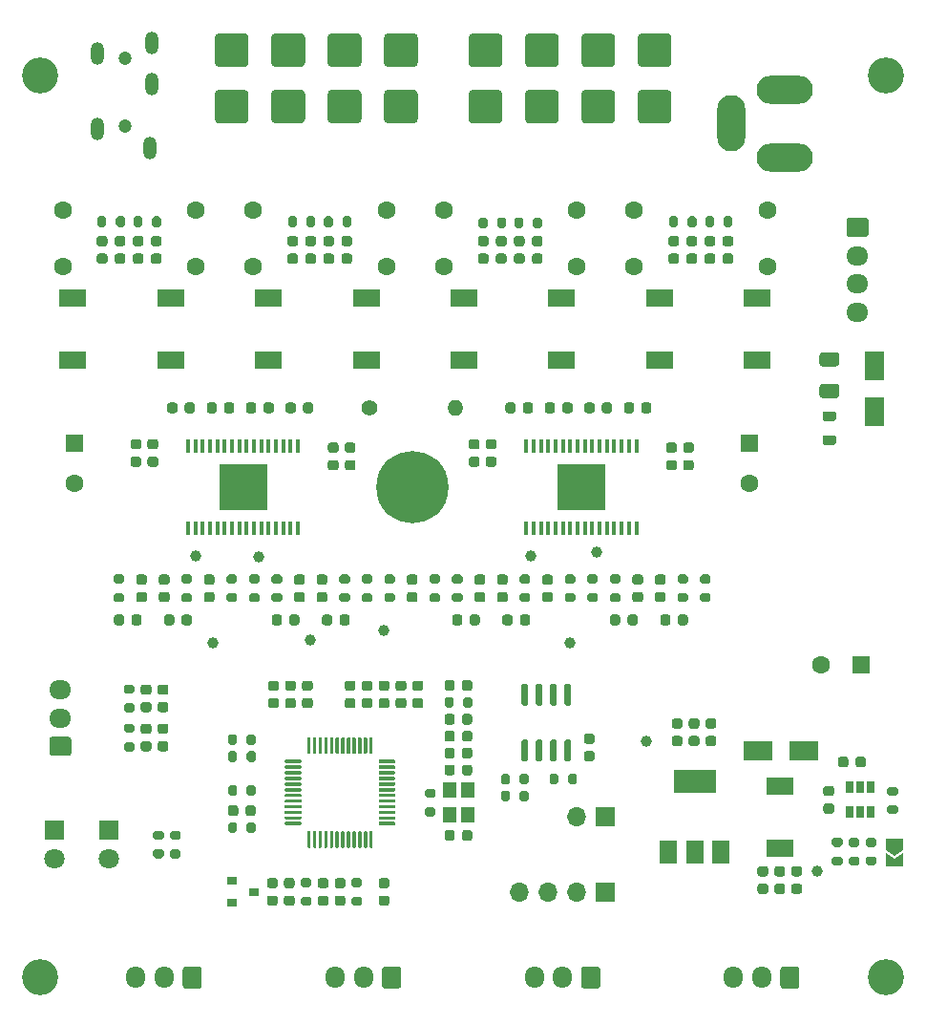
<source format=gbr>
%TF.GenerationSoftware,KiCad,Pcbnew,(5.1.8)-1*%
%TF.CreationDate,2021-12-09T09:07:22-03:00*%
%TF.ProjectId,dsp_amp_2to4,6473705f-616d-4705-9f32-746f342e6b69,1.1*%
%TF.SameCoordinates,Original*%
%TF.FileFunction,Soldermask,Top*%
%TF.FilePolarity,Negative*%
%FSLAX46Y46*%
G04 Gerber Fmt 4.6, Leading zero omitted, Abs format (unit mm)*
G04 Created by KiCad (PCBNEW (5.1.8)-1) date 2021-12-09 09:07:22*
%MOMM*%
%LPD*%
G01*
G04 APERTURE LIST*
%ADD10C,1.000000*%
%ADD11O,1.950000X1.700000*%
%ADD12O,5.000000X2.500000*%
%ADD13O,2.500000X5.000000*%
%ADD14R,0.650000X1.060000*%
%ADD15R,2.400000X1.500000*%
%ADD16C,0.100000*%
%ADD17R,2.500000X1.800000*%
%ADD18R,1.600000X1.600000*%
%ADD19C,1.600000*%
%ADD20O,1.200000X2.000000*%
%ADD21C,1.200000*%
%ADD22O,1.700000X1.700000*%
%ADD23R,1.700000X1.700000*%
%ADD24O,1.400000X1.400000*%
%ADD25C,1.400000*%
%ADD26C,0.800000*%
%ADD27C,6.400000*%
%ADD28O,1.700000X1.950000*%
%ADD29R,1.800000X1.800000*%
%ADD30C,1.800000*%
%ADD31C,3.200000*%
%ADD32R,3.800000X2.000000*%
%ADD33R,1.500000X2.000000*%
%ADD34R,0.400000X1.200000*%
%ADD35R,4.360000X4.110000*%
%ADD36R,1.200000X1.400000*%
%ADD37R,0.900000X0.800000*%
%ADD38R,1.800000X2.500000*%
G04 APERTURE END LIST*
D10*
%TO.C,TP10*%
X103900000Y-97300000D03*
%TD*%
%TO.C,TP9*%
X73900000Y-97700000D03*
%TD*%
%TO.C,TP8*%
X98000000Y-97600000D03*
%TD*%
%TO.C,TP7*%
X68300000Y-97600000D03*
%TD*%
%TO.C,TP6*%
X108300000Y-114031520D03*
%TD*%
%TO.C,TP5*%
X123400000Y-125600000D03*
%TD*%
%TO.C,TP4*%
X101500000Y-105300000D03*
%TD*%
%TO.C,TP3*%
X85000000Y-104200000D03*
%TD*%
%TO.C,TP2*%
X78500000Y-105100000D03*
%TD*%
%TO.C,TP1*%
X69800000Y-105300000D03*
%TD*%
D11*
%TO.C,JP3*%
X127000000Y-76000000D03*
X127000000Y-73500000D03*
X127000000Y-71000000D03*
G36*
G01*
X126275000Y-67650000D02*
X127725000Y-67650000D01*
G75*
G02*
X127975000Y-67900000I0J-250000D01*
G01*
X127975000Y-69100000D01*
G75*
G02*
X127725000Y-69350000I-250000J0D01*
G01*
X126275000Y-69350000D01*
G75*
G02*
X126025000Y-69100000I0J250000D01*
G01*
X126025000Y-67900000D01*
G75*
G02*
X126275000Y-67650000I250000J0D01*
G01*
G37*
%TD*%
D12*
%TO.C,J1*%
X120500000Y-62300000D03*
X120500000Y-56300000D03*
D13*
X115800000Y-59300000D03*
%TD*%
%TO.C,C8*%
G36*
G01*
X112750000Y-112931520D02*
X112250000Y-112931520D01*
G75*
G02*
X112025000Y-112706520I0J225000D01*
G01*
X112025000Y-112256520D01*
G75*
G02*
X112250000Y-112031520I225000J0D01*
G01*
X112750000Y-112031520D01*
G75*
G02*
X112975000Y-112256520I0J-225000D01*
G01*
X112975000Y-112706520D01*
G75*
G02*
X112750000Y-112931520I-225000J0D01*
G01*
G37*
G36*
G01*
X112750000Y-114481520D02*
X112250000Y-114481520D01*
G75*
G02*
X112025000Y-114256520I0J225000D01*
G01*
X112025000Y-113806520D01*
G75*
G02*
X112250000Y-113581520I225000J0D01*
G01*
X112750000Y-113581520D01*
G75*
G02*
X112975000Y-113806520I0J-225000D01*
G01*
X112975000Y-114256520D01*
G75*
G02*
X112750000Y-114481520I-225000J0D01*
G01*
G37*
%TD*%
%TO.C,C7*%
G36*
G01*
X114250000Y-112931520D02*
X113750000Y-112931520D01*
G75*
G02*
X113525000Y-112706520I0J225000D01*
G01*
X113525000Y-112256520D01*
G75*
G02*
X113750000Y-112031520I225000J0D01*
G01*
X114250000Y-112031520D01*
G75*
G02*
X114475000Y-112256520I0J-225000D01*
G01*
X114475000Y-112706520D01*
G75*
G02*
X114250000Y-112931520I-225000J0D01*
G01*
G37*
G36*
G01*
X114250000Y-114481520D02*
X113750000Y-114481520D01*
G75*
G02*
X113525000Y-114256520I0J225000D01*
G01*
X113525000Y-113806520D01*
G75*
G02*
X113750000Y-113581520I225000J0D01*
G01*
X114250000Y-113581520D01*
G75*
G02*
X114475000Y-113806520I0J-225000D01*
G01*
X114475000Y-114256520D01*
G75*
G02*
X114250000Y-114481520I-225000J0D01*
G01*
G37*
%TD*%
D14*
%TO.C,U1*%
X127240000Y-118143480D03*
X126290000Y-118143480D03*
X128190000Y-118143480D03*
X128190000Y-120343480D03*
X127240000Y-120343480D03*
X126290000Y-120343480D03*
%TD*%
%TO.C,R4*%
G36*
G01*
X128475000Y-123418480D02*
X127925000Y-123418480D01*
G75*
G02*
X127725000Y-123218480I0J200000D01*
G01*
X127725000Y-122818480D01*
G75*
G02*
X127925000Y-122618480I200000J0D01*
G01*
X128475000Y-122618480D01*
G75*
G02*
X128675000Y-122818480I0J-200000D01*
G01*
X128675000Y-123218480D01*
G75*
G02*
X128475000Y-123418480I-200000J0D01*
G01*
G37*
G36*
G01*
X128475000Y-125068480D02*
X127925000Y-125068480D01*
G75*
G02*
X127725000Y-124868480I0J200000D01*
G01*
X127725000Y-124468480D01*
G75*
G02*
X127925000Y-124268480I200000J0D01*
G01*
X128475000Y-124268480D01*
G75*
G02*
X128675000Y-124468480I0J-200000D01*
G01*
X128675000Y-124868480D01*
G75*
G02*
X128475000Y-125068480I-200000J0D01*
G01*
G37*
%TD*%
%TO.C,R3*%
G36*
G01*
X126975000Y-123418480D02*
X126425000Y-123418480D01*
G75*
G02*
X126225000Y-123218480I0J200000D01*
G01*
X126225000Y-122818480D01*
G75*
G02*
X126425000Y-122618480I200000J0D01*
G01*
X126975000Y-122618480D01*
G75*
G02*
X127175000Y-122818480I0J-200000D01*
G01*
X127175000Y-123218480D01*
G75*
G02*
X126975000Y-123418480I-200000J0D01*
G01*
G37*
G36*
G01*
X126975000Y-125068480D02*
X126425000Y-125068480D01*
G75*
G02*
X126225000Y-124868480I0J200000D01*
G01*
X126225000Y-124468480D01*
G75*
G02*
X126425000Y-124268480I200000J0D01*
G01*
X126975000Y-124268480D01*
G75*
G02*
X127175000Y-124468480I0J-200000D01*
G01*
X127175000Y-124868480D01*
G75*
G02*
X126975000Y-125068480I-200000J0D01*
G01*
G37*
%TD*%
%TO.C,R2*%
G36*
G01*
X124925000Y-124268480D02*
X125475000Y-124268480D01*
G75*
G02*
X125675000Y-124468480I0J-200000D01*
G01*
X125675000Y-124868480D01*
G75*
G02*
X125475000Y-125068480I-200000J0D01*
G01*
X124925000Y-125068480D01*
G75*
G02*
X124725000Y-124868480I0J200000D01*
G01*
X124725000Y-124468480D01*
G75*
G02*
X124925000Y-124268480I200000J0D01*
G01*
G37*
G36*
G01*
X124925000Y-122618480D02*
X125475000Y-122618480D01*
G75*
G02*
X125675000Y-122818480I0J-200000D01*
G01*
X125675000Y-123218480D01*
G75*
G02*
X125475000Y-123418480I-200000J0D01*
G01*
X124925000Y-123418480D01*
G75*
G02*
X124725000Y-123218480I0J200000D01*
G01*
X124725000Y-122818480D01*
G75*
G02*
X124925000Y-122618480I200000J0D01*
G01*
G37*
%TD*%
%TO.C,R1*%
G36*
G01*
X130375000Y-118875000D02*
X129825000Y-118875000D01*
G75*
G02*
X129625000Y-118675000I0J200000D01*
G01*
X129625000Y-118275000D01*
G75*
G02*
X129825000Y-118075000I200000J0D01*
G01*
X130375000Y-118075000D01*
G75*
G02*
X130575000Y-118275000I0J-200000D01*
G01*
X130575000Y-118675000D01*
G75*
G02*
X130375000Y-118875000I-200000J0D01*
G01*
G37*
G36*
G01*
X130375000Y-120525000D02*
X129825000Y-120525000D01*
G75*
G02*
X129625000Y-120325000I0J200000D01*
G01*
X129625000Y-119925000D01*
G75*
G02*
X129825000Y-119725000I200000J0D01*
G01*
X130375000Y-119725000D01*
G75*
G02*
X130575000Y-119925000I0J-200000D01*
G01*
X130575000Y-120325000D01*
G75*
G02*
X130375000Y-120525000I-200000J0D01*
G01*
G37*
%TD*%
D15*
%TO.C,L2*%
X120140000Y-123493480D03*
X120140000Y-117993480D03*
%TD*%
D16*
%TO.C,JP1*%
G36*
X130300000Y-124175000D02*
G01*
X129550000Y-123675000D01*
X129550000Y-122675000D01*
X131050000Y-122675000D01*
X131050000Y-123675000D01*
X130300000Y-124175000D01*
G37*
G36*
X129550000Y-125125000D02*
G01*
X129550000Y-123975000D01*
X130300000Y-124475000D01*
X131050000Y-123975000D01*
X131050000Y-125125000D01*
X129550000Y-125125000D01*
G37*
%TD*%
D17*
%TO.C,D2*%
X122200000Y-114900000D03*
X118200000Y-114900000D03*
%TD*%
%TO.C,C6*%
G36*
G01*
X119850000Y-126681520D02*
X120350000Y-126681520D01*
G75*
G02*
X120575000Y-126906520I0J-225000D01*
G01*
X120575000Y-127356520D01*
G75*
G02*
X120350000Y-127581520I-225000J0D01*
G01*
X119850000Y-127581520D01*
G75*
G02*
X119625000Y-127356520I0J225000D01*
G01*
X119625000Y-126906520D01*
G75*
G02*
X119850000Y-126681520I225000J0D01*
G01*
G37*
G36*
G01*
X119850000Y-125131520D02*
X120350000Y-125131520D01*
G75*
G02*
X120575000Y-125356520I0J-225000D01*
G01*
X120575000Y-125806520D01*
G75*
G02*
X120350000Y-126031520I-225000J0D01*
G01*
X119850000Y-126031520D01*
G75*
G02*
X119625000Y-125806520I0J225000D01*
G01*
X119625000Y-125356520D01*
G75*
G02*
X119850000Y-125131520I225000J0D01*
G01*
G37*
%TD*%
%TO.C,C5*%
G36*
G01*
X121350000Y-126681520D02*
X121850000Y-126681520D01*
G75*
G02*
X122075000Y-126906520I0J-225000D01*
G01*
X122075000Y-127356520D01*
G75*
G02*
X121850000Y-127581520I-225000J0D01*
G01*
X121350000Y-127581520D01*
G75*
G02*
X121125000Y-127356520I0J225000D01*
G01*
X121125000Y-126906520D01*
G75*
G02*
X121350000Y-126681520I225000J0D01*
G01*
G37*
G36*
G01*
X121350000Y-125131520D02*
X121850000Y-125131520D01*
G75*
G02*
X122075000Y-125356520I0J-225000D01*
G01*
X122075000Y-125806520D01*
G75*
G02*
X121850000Y-126031520I-225000J0D01*
G01*
X121350000Y-126031520D01*
G75*
G02*
X121125000Y-125806520I0J225000D01*
G01*
X121125000Y-125356520D01*
G75*
G02*
X121350000Y-125131520I225000J0D01*
G01*
G37*
%TD*%
%TO.C,C3*%
G36*
G01*
X124690000Y-118918480D02*
X124190000Y-118918480D01*
G75*
G02*
X123965000Y-118693480I0J225000D01*
G01*
X123965000Y-118243480D01*
G75*
G02*
X124190000Y-118018480I225000J0D01*
G01*
X124690000Y-118018480D01*
G75*
G02*
X124915000Y-118243480I0J-225000D01*
G01*
X124915000Y-118693480D01*
G75*
G02*
X124690000Y-118918480I-225000J0D01*
G01*
G37*
G36*
G01*
X124690000Y-120468480D02*
X124190000Y-120468480D01*
G75*
G02*
X123965000Y-120243480I0J225000D01*
G01*
X123965000Y-119793480D01*
G75*
G02*
X124190000Y-119568480I225000J0D01*
G01*
X124690000Y-119568480D01*
G75*
G02*
X124915000Y-119793480I0J-225000D01*
G01*
X124915000Y-120243480D01*
G75*
G02*
X124690000Y-120468480I-225000J0D01*
G01*
G37*
%TD*%
%TO.C,C1*%
G36*
G01*
X126175000Y-115650000D02*
X126175000Y-116150000D01*
G75*
G02*
X125950000Y-116375000I-225000J0D01*
G01*
X125500000Y-116375000D01*
G75*
G02*
X125275000Y-116150000I0J225000D01*
G01*
X125275000Y-115650000D01*
G75*
G02*
X125500000Y-115425000I225000J0D01*
G01*
X125950000Y-115425000D01*
G75*
G02*
X126175000Y-115650000I0J-225000D01*
G01*
G37*
G36*
G01*
X127725000Y-115650000D02*
X127725000Y-116150000D01*
G75*
G02*
X127500000Y-116375000I-225000J0D01*
G01*
X127050000Y-116375000D01*
G75*
G02*
X126825000Y-116150000I0J225000D01*
G01*
X126825000Y-115650000D01*
G75*
G02*
X127050000Y-115425000I225000J0D01*
G01*
X127500000Y-115425000D01*
G75*
G02*
X127725000Y-115650000I0J-225000D01*
G01*
G37*
%TD*%
%TO.C,C51*%
G36*
G01*
X64250000Y-87275000D02*
X64750000Y-87275000D01*
G75*
G02*
X64975000Y-87500000I0J-225000D01*
G01*
X64975000Y-87950000D01*
G75*
G02*
X64750000Y-88175000I-225000J0D01*
G01*
X64250000Y-88175000D01*
G75*
G02*
X64025000Y-87950000I0J225000D01*
G01*
X64025000Y-87500000D01*
G75*
G02*
X64250000Y-87275000I225000J0D01*
G01*
G37*
G36*
G01*
X64250000Y-88825000D02*
X64750000Y-88825000D01*
G75*
G02*
X64975000Y-89050000I0J-225000D01*
G01*
X64975000Y-89500000D01*
G75*
G02*
X64750000Y-89725000I-225000J0D01*
G01*
X64250000Y-89725000D01*
G75*
G02*
X64025000Y-89500000I0J225000D01*
G01*
X64025000Y-89050000D01*
G75*
G02*
X64250000Y-88825000I225000J0D01*
G01*
G37*
%TD*%
%TO.C,C53*%
G36*
G01*
X62750000Y-88825000D02*
X63250000Y-88825000D01*
G75*
G02*
X63475000Y-89050000I0J-225000D01*
G01*
X63475000Y-89500000D01*
G75*
G02*
X63250000Y-89725000I-225000J0D01*
G01*
X62750000Y-89725000D01*
G75*
G02*
X62525000Y-89500000I0J225000D01*
G01*
X62525000Y-89050000D01*
G75*
G02*
X62750000Y-88825000I225000J0D01*
G01*
G37*
G36*
G01*
X62750000Y-87275000D02*
X63250000Y-87275000D01*
G75*
G02*
X63475000Y-87500000I0J-225000D01*
G01*
X63475000Y-87950000D01*
G75*
G02*
X63250000Y-88175000I-225000J0D01*
G01*
X62750000Y-88175000D01*
G75*
G02*
X62525000Y-87950000I0J225000D01*
G01*
X62525000Y-87500000D01*
G75*
G02*
X62750000Y-87275000I225000J0D01*
G01*
G37*
%TD*%
D18*
%TO.C,C11*%
X57552651Y-87650000D03*
D19*
X57552651Y-91150000D03*
%TD*%
%TO.C,J5*%
G36*
G01*
X95500000Y-51675000D02*
X95500000Y-53925000D01*
G75*
G02*
X95125000Y-54300000I-375000J0D01*
G01*
X92875000Y-54300000D01*
G75*
G02*
X92500000Y-53925000I0J375000D01*
G01*
X92500000Y-51675000D01*
G75*
G02*
X92875000Y-51300000I375000J0D01*
G01*
X95125000Y-51300000D01*
G75*
G02*
X95500000Y-51675000I0J-375000D01*
G01*
G37*
G36*
G01*
X100500000Y-51675000D02*
X100500000Y-53925000D01*
G75*
G02*
X100125000Y-54300000I-375000J0D01*
G01*
X97875000Y-54300000D01*
G75*
G02*
X97500000Y-53925000I0J375000D01*
G01*
X97500000Y-51675000D01*
G75*
G02*
X97875000Y-51300000I375000J0D01*
G01*
X100125000Y-51300000D01*
G75*
G02*
X100500000Y-51675000I0J-375000D01*
G01*
G37*
G36*
G01*
X105500000Y-51675000D02*
X105500000Y-53925000D01*
G75*
G02*
X105125000Y-54300000I-375000J0D01*
G01*
X102875000Y-54300000D01*
G75*
G02*
X102500000Y-53925000I0J375000D01*
G01*
X102500000Y-51675000D01*
G75*
G02*
X102875000Y-51300000I375000J0D01*
G01*
X105125000Y-51300000D01*
G75*
G02*
X105500000Y-51675000I0J-375000D01*
G01*
G37*
G36*
G01*
X110500000Y-51675000D02*
X110500000Y-53925000D01*
G75*
G02*
X110125000Y-54300000I-375000J0D01*
G01*
X107875000Y-54300000D01*
G75*
G02*
X107500000Y-53925000I0J375000D01*
G01*
X107500000Y-51675000D01*
G75*
G02*
X107875000Y-51300000I375000J0D01*
G01*
X110125000Y-51300000D01*
G75*
G02*
X110500000Y-51675000I0J-375000D01*
G01*
G37*
G36*
G01*
X95500000Y-56675000D02*
X95500000Y-58925000D01*
G75*
G02*
X95125000Y-59300000I-375000J0D01*
G01*
X92875000Y-59300000D01*
G75*
G02*
X92500000Y-58925000I0J375000D01*
G01*
X92500000Y-56675000D01*
G75*
G02*
X92875000Y-56300000I375000J0D01*
G01*
X95125000Y-56300000D01*
G75*
G02*
X95500000Y-56675000I0J-375000D01*
G01*
G37*
G36*
G01*
X100500000Y-56675000D02*
X100500000Y-58925000D01*
G75*
G02*
X100125000Y-59300000I-375000J0D01*
G01*
X97875000Y-59300000D01*
G75*
G02*
X97500000Y-58925000I0J375000D01*
G01*
X97500000Y-56675000D01*
G75*
G02*
X97875000Y-56300000I375000J0D01*
G01*
X100125000Y-56300000D01*
G75*
G02*
X100500000Y-56675000I0J-375000D01*
G01*
G37*
G36*
G01*
X105500000Y-56675000D02*
X105500000Y-58925000D01*
G75*
G02*
X105125000Y-59300000I-375000J0D01*
G01*
X102875000Y-59300000D01*
G75*
G02*
X102500000Y-58925000I0J375000D01*
G01*
X102500000Y-56675000D01*
G75*
G02*
X102875000Y-56300000I375000J0D01*
G01*
X105125000Y-56300000D01*
G75*
G02*
X105500000Y-56675000I0J-375000D01*
G01*
G37*
G36*
G01*
X110500000Y-56675000D02*
X110500000Y-58925000D01*
G75*
G02*
X110125000Y-59300000I-375000J0D01*
G01*
X107875000Y-59300000D01*
G75*
G02*
X107500000Y-58925000I0J375000D01*
G01*
X107500000Y-56675000D01*
G75*
G02*
X107875000Y-56300000I375000J0D01*
G01*
X110125000Y-56300000D01*
G75*
G02*
X110500000Y-56675000I0J-375000D01*
G01*
G37*
%TD*%
%TO.C,J4*%
G36*
G01*
X73000000Y-51675000D02*
X73000000Y-53925000D01*
G75*
G02*
X72625000Y-54300000I-375000J0D01*
G01*
X70375000Y-54300000D01*
G75*
G02*
X70000000Y-53925000I0J375000D01*
G01*
X70000000Y-51675000D01*
G75*
G02*
X70375000Y-51300000I375000J0D01*
G01*
X72625000Y-51300000D01*
G75*
G02*
X73000000Y-51675000I0J-375000D01*
G01*
G37*
G36*
G01*
X78000000Y-51675000D02*
X78000000Y-53925000D01*
G75*
G02*
X77625000Y-54300000I-375000J0D01*
G01*
X75375000Y-54300000D01*
G75*
G02*
X75000000Y-53925000I0J375000D01*
G01*
X75000000Y-51675000D01*
G75*
G02*
X75375000Y-51300000I375000J0D01*
G01*
X77625000Y-51300000D01*
G75*
G02*
X78000000Y-51675000I0J-375000D01*
G01*
G37*
G36*
G01*
X83000000Y-51675000D02*
X83000000Y-53925000D01*
G75*
G02*
X82625000Y-54300000I-375000J0D01*
G01*
X80375000Y-54300000D01*
G75*
G02*
X80000000Y-53925000I0J375000D01*
G01*
X80000000Y-51675000D01*
G75*
G02*
X80375000Y-51300000I375000J0D01*
G01*
X82625000Y-51300000D01*
G75*
G02*
X83000000Y-51675000I0J-375000D01*
G01*
G37*
G36*
G01*
X88000000Y-51675000D02*
X88000000Y-53925000D01*
G75*
G02*
X87625000Y-54300000I-375000J0D01*
G01*
X85375000Y-54300000D01*
G75*
G02*
X85000000Y-53925000I0J375000D01*
G01*
X85000000Y-51675000D01*
G75*
G02*
X85375000Y-51300000I375000J0D01*
G01*
X87625000Y-51300000D01*
G75*
G02*
X88000000Y-51675000I0J-375000D01*
G01*
G37*
G36*
G01*
X73000000Y-56675000D02*
X73000000Y-58925000D01*
G75*
G02*
X72625000Y-59300000I-375000J0D01*
G01*
X70375000Y-59300000D01*
G75*
G02*
X70000000Y-58925000I0J375000D01*
G01*
X70000000Y-56675000D01*
G75*
G02*
X70375000Y-56300000I375000J0D01*
G01*
X72625000Y-56300000D01*
G75*
G02*
X73000000Y-56675000I0J-375000D01*
G01*
G37*
G36*
G01*
X78000000Y-56675000D02*
X78000000Y-58925000D01*
G75*
G02*
X77625000Y-59300000I-375000J0D01*
G01*
X75375000Y-59300000D01*
G75*
G02*
X75000000Y-58925000I0J375000D01*
G01*
X75000000Y-56675000D01*
G75*
G02*
X75375000Y-56300000I375000J0D01*
G01*
X77625000Y-56300000D01*
G75*
G02*
X78000000Y-56675000I0J-375000D01*
G01*
G37*
G36*
G01*
X83000000Y-56675000D02*
X83000000Y-58925000D01*
G75*
G02*
X82625000Y-59300000I-375000J0D01*
G01*
X80375000Y-59300000D01*
G75*
G02*
X80000000Y-58925000I0J375000D01*
G01*
X80000000Y-56675000D01*
G75*
G02*
X80375000Y-56300000I375000J0D01*
G01*
X82625000Y-56300000D01*
G75*
G02*
X83000000Y-56675000I0J-375000D01*
G01*
G37*
G36*
G01*
X88000000Y-56675000D02*
X88000000Y-58925000D01*
G75*
G02*
X87625000Y-59300000I-375000J0D01*
G01*
X85375000Y-59300000D01*
G75*
G02*
X85000000Y-58925000I0J375000D01*
G01*
X85000000Y-56675000D01*
G75*
G02*
X85375000Y-56300000I375000J0D01*
G01*
X87625000Y-56300000D01*
G75*
G02*
X88000000Y-56675000I0J-375000D01*
G01*
G37*
%TD*%
D11*
%TO.C,J3*%
X56300000Y-109500000D03*
X56300000Y-112000000D03*
G36*
G01*
X57025000Y-115350000D02*
X55575000Y-115350000D01*
G75*
G02*
X55325000Y-115100000I0J250000D01*
G01*
X55325000Y-113900000D01*
G75*
G02*
X55575000Y-113650000I250000J0D01*
G01*
X57025000Y-113650000D01*
G75*
G02*
X57275000Y-113900000I0J-250000D01*
G01*
X57275000Y-115100000D01*
G75*
G02*
X57025000Y-115350000I-250000J0D01*
G01*
G37*
%TD*%
D20*
%TO.C,J2*%
X59580000Y-53100000D03*
X59580000Y-59800000D03*
X64200000Y-61500000D03*
X64420000Y-55800000D03*
X64420000Y-52200000D03*
D21*
X62000000Y-59500000D03*
X62000000Y-53500000D03*
%TD*%
D22*
%TO.C,J7*%
X96980000Y-127400000D03*
X99520000Y-127400000D03*
X102060000Y-127400000D03*
D23*
X104600000Y-127400000D03*
%TD*%
D24*
%TO.C,JP2*%
X91310000Y-84500000D03*
D25*
X83690000Y-84500000D03*
%TD*%
%TO.C,R19*%
G36*
G01*
X72825000Y-115675000D02*
X72825000Y-115125000D01*
G75*
G02*
X73025000Y-114925000I200000J0D01*
G01*
X73425000Y-114925000D01*
G75*
G02*
X73625000Y-115125000I0J-200000D01*
G01*
X73625000Y-115675000D01*
G75*
G02*
X73425000Y-115875000I-200000J0D01*
G01*
X73025000Y-115875000D01*
G75*
G02*
X72825000Y-115675000I0J200000D01*
G01*
G37*
G36*
G01*
X71175000Y-115675000D02*
X71175000Y-115125000D01*
G75*
G02*
X71375000Y-114925000I200000J0D01*
G01*
X71775000Y-114925000D01*
G75*
G02*
X71975000Y-115125000I0J-200000D01*
G01*
X71975000Y-115675000D01*
G75*
G02*
X71775000Y-115875000I-200000J0D01*
G01*
X71375000Y-115875000D01*
G75*
G02*
X71175000Y-115675000I0J200000D01*
G01*
G37*
%TD*%
%TO.C,R13*%
G36*
G01*
X72825000Y-114175000D02*
X72825000Y-113625000D01*
G75*
G02*
X73025000Y-113425000I200000J0D01*
G01*
X73425000Y-113425000D01*
G75*
G02*
X73625000Y-113625000I0J-200000D01*
G01*
X73625000Y-114175000D01*
G75*
G02*
X73425000Y-114375000I-200000J0D01*
G01*
X73025000Y-114375000D01*
G75*
G02*
X72825000Y-114175000I0J200000D01*
G01*
G37*
G36*
G01*
X71175000Y-114175000D02*
X71175000Y-113625000D01*
G75*
G02*
X71375000Y-113425000I200000J0D01*
G01*
X71775000Y-113425000D01*
G75*
G02*
X71975000Y-113625000I0J-200000D01*
G01*
X71975000Y-114175000D01*
G75*
G02*
X71775000Y-114375000I-200000J0D01*
G01*
X71375000Y-114375000D01*
G75*
G02*
X71175000Y-114175000I0J200000D01*
G01*
G37*
%TD*%
%TO.C,C95*%
G36*
G01*
X113650000Y-70825000D02*
X114150000Y-70825000D01*
G75*
G02*
X114375000Y-71050000I0J-225000D01*
G01*
X114375000Y-71500000D01*
G75*
G02*
X114150000Y-71725000I-225000J0D01*
G01*
X113650000Y-71725000D01*
G75*
G02*
X113425000Y-71500000I0J225000D01*
G01*
X113425000Y-71050000D01*
G75*
G02*
X113650000Y-70825000I225000J0D01*
G01*
G37*
G36*
G01*
X113650000Y-69275000D02*
X114150000Y-69275000D01*
G75*
G02*
X114375000Y-69500000I0J-225000D01*
G01*
X114375000Y-69950000D01*
G75*
G02*
X114150000Y-70175000I-225000J0D01*
G01*
X113650000Y-70175000D01*
G75*
G02*
X113425000Y-69950000I0J225000D01*
G01*
X113425000Y-69500000D01*
G75*
G02*
X113650000Y-69275000I225000J0D01*
G01*
G37*
%TD*%
%TO.C,C94*%
G36*
G01*
X112050000Y-70825000D02*
X112550000Y-70825000D01*
G75*
G02*
X112775000Y-71050000I0J-225000D01*
G01*
X112775000Y-71500000D01*
G75*
G02*
X112550000Y-71725000I-225000J0D01*
G01*
X112050000Y-71725000D01*
G75*
G02*
X111825000Y-71500000I0J225000D01*
G01*
X111825000Y-71050000D01*
G75*
G02*
X112050000Y-70825000I225000J0D01*
G01*
G37*
G36*
G01*
X112050000Y-69275000D02*
X112550000Y-69275000D01*
G75*
G02*
X112775000Y-69500000I0J-225000D01*
G01*
X112775000Y-69950000D01*
G75*
G02*
X112550000Y-70175000I-225000J0D01*
G01*
X112050000Y-70175000D01*
G75*
G02*
X111825000Y-69950000I0J225000D01*
G01*
X111825000Y-69500000D01*
G75*
G02*
X112050000Y-69275000I225000J0D01*
G01*
G37*
%TD*%
%TO.C,C93*%
G36*
G01*
X96750000Y-70825000D02*
X97250000Y-70825000D01*
G75*
G02*
X97475000Y-71050000I0J-225000D01*
G01*
X97475000Y-71500000D01*
G75*
G02*
X97250000Y-71725000I-225000J0D01*
G01*
X96750000Y-71725000D01*
G75*
G02*
X96525000Y-71500000I0J225000D01*
G01*
X96525000Y-71050000D01*
G75*
G02*
X96750000Y-70825000I225000J0D01*
G01*
G37*
G36*
G01*
X96750000Y-69275000D02*
X97250000Y-69275000D01*
G75*
G02*
X97475000Y-69500000I0J-225000D01*
G01*
X97475000Y-69950000D01*
G75*
G02*
X97250000Y-70175000I-225000J0D01*
G01*
X96750000Y-70175000D01*
G75*
G02*
X96525000Y-69950000I0J225000D01*
G01*
X96525000Y-69500000D01*
G75*
G02*
X96750000Y-69275000I225000J0D01*
G01*
G37*
%TD*%
%TO.C,C91*%
G36*
G01*
X115250000Y-70825000D02*
X115750000Y-70825000D01*
G75*
G02*
X115975000Y-71050000I0J-225000D01*
G01*
X115975000Y-71500000D01*
G75*
G02*
X115750000Y-71725000I-225000J0D01*
G01*
X115250000Y-71725000D01*
G75*
G02*
X115025000Y-71500000I0J225000D01*
G01*
X115025000Y-71050000D01*
G75*
G02*
X115250000Y-70825000I225000J0D01*
G01*
G37*
G36*
G01*
X115250000Y-69275000D02*
X115750000Y-69275000D01*
G75*
G02*
X115975000Y-69500000I0J-225000D01*
G01*
X115975000Y-69950000D01*
G75*
G02*
X115750000Y-70175000I-225000J0D01*
G01*
X115250000Y-70175000D01*
G75*
G02*
X115025000Y-69950000I0J225000D01*
G01*
X115025000Y-69500000D01*
G75*
G02*
X115250000Y-69275000I225000J0D01*
G01*
G37*
%TD*%
%TO.C,C90*%
G36*
G01*
X110450000Y-70825000D02*
X110950000Y-70825000D01*
G75*
G02*
X111175000Y-71050000I0J-225000D01*
G01*
X111175000Y-71500000D01*
G75*
G02*
X110950000Y-71725000I-225000J0D01*
G01*
X110450000Y-71725000D01*
G75*
G02*
X110225000Y-71500000I0J225000D01*
G01*
X110225000Y-71050000D01*
G75*
G02*
X110450000Y-70825000I225000J0D01*
G01*
G37*
G36*
G01*
X110450000Y-69275000D02*
X110950000Y-69275000D01*
G75*
G02*
X111175000Y-69500000I0J-225000D01*
G01*
X111175000Y-69950000D01*
G75*
G02*
X110950000Y-70175000I-225000J0D01*
G01*
X110450000Y-70175000D01*
G75*
G02*
X110225000Y-69950000I0J225000D01*
G01*
X110225000Y-69500000D01*
G75*
G02*
X110450000Y-69275000I225000J0D01*
G01*
G37*
%TD*%
%TO.C,C89*%
G36*
G01*
X98350000Y-70825000D02*
X98850000Y-70825000D01*
G75*
G02*
X99075000Y-71050000I0J-225000D01*
G01*
X99075000Y-71500000D01*
G75*
G02*
X98850000Y-71725000I-225000J0D01*
G01*
X98350000Y-71725000D01*
G75*
G02*
X98125000Y-71500000I0J225000D01*
G01*
X98125000Y-71050000D01*
G75*
G02*
X98350000Y-70825000I225000J0D01*
G01*
G37*
G36*
G01*
X98350000Y-69275000D02*
X98850000Y-69275000D01*
G75*
G02*
X99075000Y-69500000I0J-225000D01*
G01*
X99075000Y-69950000D01*
G75*
G02*
X98850000Y-70175000I-225000J0D01*
G01*
X98350000Y-70175000D01*
G75*
G02*
X98125000Y-69950000I0J225000D01*
G01*
X98125000Y-69500000D01*
G75*
G02*
X98350000Y-69275000I225000J0D01*
G01*
G37*
%TD*%
%TO.C,C88*%
G36*
G01*
X93550000Y-70825000D02*
X94050000Y-70825000D01*
G75*
G02*
X94275000Y-71050000I0J-225000D01*
G01*
X94275000Y-71500000D01*
G75*
G02*
X94050000Y-71725000I-225000J0D01*
G01*
X93550000Y-71725000D01*
G75*
G02*
X93325000Y-71500000I0J225000D01*
G01*
X93325000Y-71050000D01*
G75*
G02*
X93550000Y-70825000I225000J0D01*
G01*
G37*
G36*
G01*
X93550000Y-69275000D02*
X94050000Y-69275000D01*
G75*
G02*
X94275000Y-69500000I0J-225000D01*
G01*
X94275000Y-69950000D01*
G75*
G02*
X94050000Y-70175000I-225000J0D01*
G01*
X93550000Y-70175000D01*
G75*
G02*
X93325000Y-69950000I0J225000D01*
G01*
X93325000Y-69500000D01*
G75*
G02*
X93550000Y-69275000I225000J0D01*
G01*
G37*
%TD*%
D19*
%TO.C,C87*%
X119000000Y-67000000D03*
X119000000Y-72000000D03*
%TD*%
%TO.C,C85*%
X102100000Y-67000000D03*
X102100000Y-72000000D03*
%TD*%
%TO.C,C84*%
X90300000Y-67000000D03*
X90300000Y-72000000D03*
%TD*%
%TO.C,C83*%
G36*
G01*
X111750000Y-89125000D02*
X112250000Y-89125000D01*
G75*
G02*
X112475000Y-89350000I0J-225000D01*
G01*
X112475000Y-89800000D01*
G75*
G02*
X112250000Y-90025000I-225000J0D01*
G01*
X111750000Y-90025000D01*
G75*
G02*
X111525000Y-89800000I0J225000D01*
G01*
X111525000Y-89350000D01*
G75*
G02*
X111750000Y-89125000I225000J0D01*
G01*
G37*
G36*
G01*
X111750000Y-87575000D02*
X112250000Y-87575000D01*
G75*
G02*
X112475000Y-87800000I0J-225000D01*
G01*
X112475000Y-88250000D01*
G75*
G02*
X112250000Y-88475000I-225000J0D01*
G01*
X111750000Y-88475000D01*
G75*
G02*
X111525000Y-88250000I0J225000D01*
G01*
X111525000Y-87800000D01*
G75*
G02*
X111750000Y-87575000I225000J0D01*
G01*
G37*
%TD*%
%TO.C,C81*%
G36*
G01*
X110250000Y-89125000D02*
X110750000Y-89125000D01*
G75*
G02*
X110975000Y-89350000I0J-225000D01*
G01*
X110975000Y-89800000D01*
G75*
G02*
X110750000Y-90025000I-225000J0D01*
G01*
X110250000Y-90025000D01*
G75*
G02*
X110025000Y-89800000I0J225000D01*
G01*
X110025000Y-89350000D01*
G75*
G02*
X110250000Y-89125000I225000J0D01*
G01*
G37*
G36*
G01*
X110250000Y-87575000D02*
X110750000Y-87575000D01*
G75*
G02*
X110975000Y-87800000I0J-225000D01*
G01*
X110975000Y-88250000D01*
G75*
G02*
X110750000Y-88475000I-225000J0D01*
G01*
X110250000Y-88475000D01*
G75*
G02*
X110025000Y-88250000I0J225000D01*
G01*
X110025000Y-87800000D01*
G75*
G02*
X110250000Y-87575000I225000J0D01*
G01*
G37*
%TD*%
%TO.C,C79*%
G36*
G01*
X107825000Y-84750000D02*
X107825000Y-84250000D01*
G75*
G02*
X108050000Y-84025000I225000J0D01*
G01*
X108500000Y-84025000D01*
G75*
G02*
X108725000Y-84250000I0J-225000D01*
G01*
X108725000Y-84750000D01*
G75*
G02*
X108500000Y-84975000I-225000J0D01*
G01*
X108050000Y-84975000D01*
G75*
G02*
X107825000Y-84750000I0J225000D01*
G01*
G37*
G36*
G01*
X106275000Y-84750000D02*
X106275000Y-84250000D01*
G75*
G02*
X106500000Y-84025000I225000J0D01*
G01*
X106950000Y-84025000D01*
G75*
G02*
X107175000Y-84250000I0J-225000D01*
G01*
X107175000Y-84750000D01*
G75*
G02*
X106950000Y-84975000I-225000J0D01*
G01*
X106500000Y-84975000D01*
G75*
G02*
X106275000Y-84750000I0J225000D01*
G01*
G37*
%TD*%
%TO.C,C78*%
G36*
G01*
X103675000Y-84250000D02*
X103675000Y-84750000D01*
G75*
G02*
X103450000Y-84975000I-225000J0D01*
G01*
X103000000Y-84975000D01*
G75*
G02*
X102775000Y-84750000I0J225000D01*
G01*
X102775000Y-84250000D01*
G75*
G02*
X103000000Y-84025000I225000J0D01*
G01*
X103450000Y-84025000D01*
G75*
G02*
X103675000Y-84250000I0J-225000D01*
G01*
G37*
G36*
G01*
X105225000Y-84250000D02*
X105225000Y-84750000D01*
G75*
G02*
X105000000Y-84975000I-225000J0D01*
G01*
X104550000Y-84975000D01*
G75*
G02*
X104325000Y-84750000I0J225000D01*
G01*
X104325000Y-84250000D01*
G75*
G02*
X104550000Y-84025000I225000J0D01*
G01*
X105000000Y-84025000D01*
G75*
G02*
X105225000Y-84250000I0J-225000D01*
G01*
G37*
%TD*%
%TO.C,C77*%
G36*
G01*
X100825000Y-84750000D02*
X100825000Y-84250000D01*
G75*
G02*
X101050000Y-84025000I225000J0D01*
G01*
X101500000Y-84025000D01*
G75*
G02*
X101725000Y-84250000I0J-225000D01*
G01*
X101725000Y-84750000D01*
G75*
G02*
X101500000Y-84975000I-225000J0D01*
G01*
X101050000Y-84975000D01*
G75*
G02*
X100825000Y-84750000I0J225000D01*
G01*
G37*
G36*
G01*
X99275000Y-84750000D02*
X99275000Y-84250000D01*
G75*
G02*
X99500000Y-84025000I225000J0D01*
G01*
X99950000Y-84025000D01*
G75*
G02*
X100175000Y-84250000I0J-225000D01*
G01*
X100175000Y-84750000D01*
G75*
G02*
X99950000Y-84975000I-225000J0D01*
G01*
X99500000Y-84975000D01*
G75*
G02*
X99275000Y-84750000I0J225000D01*
G01*
G37*
%TD*%
%TO.C,C70*%
G36*
G01*
X110400000Y-103050000D02*
X110400000Y-103550000D01*
G75*
G02*
X110175000Y-103775000I-225000J0D01*
G01*
X109725000Y-103775000D01*
G75*
G02*
X109500000Y-103550000I0J225000D01*
G01*
X109500000Y-103050000D01*
G75*
G02*
X109725000Y-102825000I225000J0D01*
G01*
X110175000Y-102825000D01*
G75*
G02*
X110400000Y-103050000I0J-225000D01*
G01*
G37*
G36*
G01*
X111950000Y-103050000D02*
X111950000Y-103550000D01*
G75*
G02*
X111725000Y-103775000I-225000J0D01*
G01*
X111275000Y-103775000D01*
G75*
G02*
X111050000Y-103550000I0J225000D01*
G01*
X111050000Y-103050000D01*
G75*
G02*
X111275000Y-102825000I225000J0D01*
G01*
X111725000Y-102825000D01*
G75*
G02*
X111950000Y-103050000I0J-225000D01*
G01*
G37*
%TD*%
%TO.C,C69*%
G36*
G01*
X106600000Y-103550000D02*
X106600000Y-103050000D01*
G75*
G02*
X106825000Y-102825000I225000J0D01*
G01*
X107275000Y-102825000D01*
G75*
G02*
X107500000Y-103050000I0J-225000D01*
G01*
X107500000Y-103550000D01*
G75*
G02*
X107275000Y-103775000I-225000J0D01*
G01*
X106825000Y-103775000D01*
G75*
G02*
X106600000Y-103550000I0J225000D01*
G01*
G37*
G36*
G01*
X105050000Y-103550000D02*
X105050000Y-103050000D01*
G75*
G02*
X105275000Y-102825000I225000J0D01*
G01*
X105725000Y-102825000D01*
G75*
G02*
X105950000Y-103050000I0J-225000D01*
G01*
X105950000Y-103550000D01*
G75*
G02*
X105725000Y-103775000I-225000J0D01*
G01*
X105275000Y-103775000D01*
G75*
G02*
X105050000Y-103550000I0J225000D01*
G01*
G37*
%TD*%
%TO.C,C68*%
G36*
G01*
X96400000Y-103050000D02*
X96400000Y-103550000D01*
G75*
G02*
X96175000Y-103775000I-225000J0D01*
G01*
X95725000Y-103775000D01*
G75*
G02*
X95500000Y-103550000I0J225000D01*
G01*
X95500000Y-103050000D01*
G75*
G02*
X95725000Y-102825000I225000J0D01*
G01*
X96175000Y-102825000D01*
G75*
G02*
X96400000Y-103050000I0J-225000D01*
G01*
G37*
G36*
G01*
X97950000Y-103050000D02*
X97950000Y-103550000D01*
G75*
G02*
X97725000Y-103775000I-225000J0D01*
G01*
X97275000Y-103775000D01*
G75*
G02*
X97050000Y-103550000I0J225000D01*
G01*
X97050000Y-103050000D01*
G75*
G02*
X97275000Y-102825000I225000J0D01*
G01*
X97725000Y-102825000D01*
G75*
G02*
X97950000Y-103050000I0J-225000D01*
G01*
G37*
%TD*%
%TO.C,C67*%
G36*
G01*
X92600000Y-103550000D02*
X92600000Y-103050000D01*
G75*
G02*
X92825000Y-102825000I225000J0D01*
G01*
X93275000Y-102825000D01*
G75*
G02*
X93500000Y-103050000I0J-225000D01*
G01*
X93500000Y-103550000D01*
G75*
G02*
X93275000Y-103775000I-225000J0D01*
G01*
X92825000Y-103775000D01*
G75*
G02*
X92600000Y-103550000I0J225000D01*
G01*
G37*
G36*
G01*
X91050000Y-103550000D02*
X91050000Y-103050000D01*
G75*
G02*
X91275000Y-102825000I225000J0D01*
G01*
X91725000Y-102825000D01*
G75*
G02*
X91950000Y-103050000I0J-225000D01*
G01*
X91950000Y-103550000D01*
G75*
G02*
X91725000Y-103775000I-225000J0D01*
G01*
X91275000Y-103775000D01*
G75*
G02*
X91050000Y-103550000I0J225000D01*
G01*
G37*
%TD*%
%TO.C,C66*%
G36*
G01*
X79850000Y-70825000D02*
X80350000Y-70825000D01*
G75*
G02*
X80575000Y-71050000I0J-225000D01*
G01*
X80575000Y-71500000D01*
G75*
G02*
X80350000Y-71725000I-225000J0D01*
G01*
X79850000Y-71725000D01*
G75*
G02*
X79625000Y-71500000I0J225000D01*
G01*
X79625000Y-71050000D01*
G75*
G02*
X79850000Y-70825000I225000J0D01*
G01*
G37*
G36*
G01*
X79850000Y-69275000D02*
X80350000Y-69275000D01*
G75*
G02*
X80575000Y-69500000I0J-225000D01*
G01*
X80575000Y-69950000D01*
G75*
G02*
X80350000Y-70175000I-225000J0D01*
G01*
X79850000Y-70175000D01*
G75*
G02*
X79625000Y-69950000I0J225000D01*
G01*
X79625000Y-69500000D01*
G75*
G02*
X79850000Y-69275000I225000J0D01*
G01*
G37*
%TD*%
%TO.C,C65*%
G36*
G01*
X78250000Y-70825000D02*
X78750000Y-70825000D01*
G75*
G02*
X78975000Y-71050000I0J-225000D01*
G01*
X78975000Y-71500000D01*
G75*
G02*
X78750000Y-71725000I-225000J0D01*
G01*
X78250000Y-71725000D01*
G75*
G02*
X78025000Y-71500000I0J225000D01*
G01*
X78025000Y-71050000D01*
G75*
G02*
X78250000Y-70825000I225000J0D01*
G01*
G37*
G36*
G01*
X78250000Y-69275000D02*
X78750000Y-69275000D01*
G75*
G02*
X78975000Y-69500000I0J-225000D01*
G01*
X78975000Y-69950000D01*
G75*
G02*
X78750000Y-70175000I-225000J0D01*
G01*
X78250000Y-70175000D01*
G75*
G02*
X78025000Y-69950000I0J225000D01*
G01*
X78025000Y-69500000D01*
G75*
G02*
X78250000Y-69275000I225000J0D01*
G01*
G37*
%TD*%
%TO.C,C64*%
G36*
G01*
X62950000Y-70825000D02*
X63450000Y-70825000D01*
G75*
G02*
X63675000Y-71050000I0J-225000D01*
G01*
X63675000Y-71500000D01*
G75*
G02*
X63450000Y-71725000I-225000J0D01*
G01*
X62950000Y-71725000D01*
G75*
G02*
X62725000Y-71500000I0J225000D01*
G01*
X62725000Y-71050000D01*
G75*
G02*
X62950000Y-70825000I225000J0D01*
G01*
G37*
G36*
G01*
X62950000Y-69275000D02*
X63450000Y-69275000D01*
G75*
G02*
X63675000Y-69500000I0J-225000D01*
G01*
X63675000Y-69950000D01*
G75*
G02*
X63450000Y-70175000I-225000J0D01*
G01*
X62950000Y-70175000D01*
G75*
G02*
X62725000Y-69950000I0J225000D01*
G01*
X62725000Y-69500000D01*
G75*
G02*
X62950000Y-69275000I225000J0D01*
G01*
G37*
%TD*%
%TO.C,C62*%
G36*
G01*
X81450000Y-70825000D02*
X81950000Y-70825000D01*
G75*
G02*
X82175000Y-71050000I0J-225000D01*
G01*
X82175000Y-71500000D01*
G75*
G02*
X81950000Y-71725000I-225000J0D01*
G01*
X81450000Y-71725000D01*
G75*
G02*
X81225000Y-71500000I0J225000D01*
G01*
X81225000Y-71050000D01*
G75*
G02*
X81450000Y-70825000I225000J0D01*
G01*
G37*
G36*
G01*
X81450000Y-69275000D02*
X81950000Y-69275000D01*
G75*
G02*
X82175000Y-69500000I0J-225000D01*
G01*
X82175000Y-69950000D01*
G75*
G02*
X81950000Y-70175000I-225000J0D01*
G01*
X81450000Y-70175000D01*
G75*
G02*
X81225000Y-69950000I0J225000D01*
G01*
X81225000Y-69500000D01*
G75*
G02*
X81450000Y-69275000I225000J0D01*
G01*
G37*
%TD*%
%TO.C,C61*%
G36*
G01*
X76650000Y-70825000D02*
X77150000Y-70825000D01*
G75*
G02*
X77375000Y-71050000I0J-225000D01*
G01*
X77375000Y-71500000D01*
G75*
G02*
X77150000Y-71725000I-225000J0D01*
G01*
X76650000Y-71725000D01*
G75*
G02*
X76425000Y-71500000I0J225000D01*
G01*
X76425000Y-71050000D01*
G75*
G02*
X76650000Y-70825000I225000J0D01*
G01*
G37*
G36*
G01*
X76650000Y-69275000D02*
X77150000Y-69275000D01*
G75*
G02*
X77375000Y-69500000I0J-225000D01*
G01*
X77375000Y-69950000D01*
G75*
G02*
X77150000Y-70175000I-225000J0D01*
G01*
X76650000Y-70175000D01*
G75*
G02*
X76425000Y-69950000I0J225000D01*
G01*
X76425000Y-69500000D01*
G75*
G02*
X76650000Y-69275000I225000J0D01*
G01*
G37*
%TD*%
%TO.C,C60*%
G36*
G01*
X64550000Y-70825000D02*
X65050000Y-70825000D01*
G75*
G02*
X65275000Y-71050000I0J-225000D01*
G01*
X65275000Y-71500000D01*
G75*
G02*
X65050000Y-71725000I-225000J0D01*
G01*
X64550000Y-71725000D01*
G75*
G02*
X64325000Y-71500000I0J225000D01*
G01*
X64325000Y-71050000D01*
G75*
G02*
X64550000Y-70825000I225000J0D01*
G01*
G37*
G36*
G01*
X64550000Y-69275000D02*
X65050000Y-69275000D01*
G75*
G02*
X65275000Y-69500000I0J-225000D01*
G01*
X65275000Y-69950000D01*
G75*
G02*
X65050000Y-70175000I-225000J0D01*
G01*
X64550000Y-70175000D01*
G75*
G02*
X64325000Y-69950000I0J225000D01*
G01*
X64325000Y-69500000D01*
G75*
G02*
X64550000Y-69275000I225000J0D01*
G01*
G37*
%TD*%
%TO.C,C59*%
G36*
G01*
X59750000Y-70825000D02*
X60250000Y-70825000D01*
G75*
G02*
X60475000Y-71050000I0J-225000D01*
G01*
X60475000Y-71500000D01*
G75*
G02*
X60250000Y-71725000I-225000J0D01*
G01*
X59750000Y-71725000D01*
G75*
G02*
X59525000Y-71500000I0J225000D01*
G01*
X59525000Y-71050000D01*
G75*
G02*
X59750000Y-70825000I225000J0D01*
G01*
G37*
G36*
G01*
X59750000Y-69275000D02*
X60250000Y-69275000D01*
G75*
G02*
X60475000Y-69500000I0J-225000D01*
G01*
X60475000Y-69950000D01*
G75*
G02*
X60250000Y-70175000I-225000J0D01*
G01*
X59750000Y-70175000D01*
G75*
G02*
X59525000Y-69950000I0J225000D01*
G01*
X59525000Y-69500000D01*
G75*
G02*
X59750000Y-69275000I225000J0D01*
G01*
G37*
%TD*%
%TO.C,C52*%
G36*
G01*
X80250000Y-89125000D02*
X80750000Y-89125000D01*
G75*
G02*
X80975000Y-89350000I0J-225000D01*
G01*
X80975000Y-89800000D01*
G75*
G02*
X80750000Y-90025000I-225000J0D01*
G01*
X80250000Y-90025000D01*
G75*
G02*
X80025000Y-89800000I0J225000D01*
G01*
X80025000Y-89350000D01*
G75*
G02*
X80250000Y-89125000I225000J0D01*
G01*
G37*
G36*
G01*
X80250000Y-87575000D02*
X80750000Y-87575000D01*
G75*
G02*
X80975000Y-87800000I0J-225000D01*
G01*
X80975000Y-88250000D01*
G75*
G02*
X80750000Y-88475000I-225000J0D01*
G01*
X80250000Y-88475000D01*
G75*
G02*
X80025000Y-88250000I0J225000D01*
G01*
X80025000Y-87800000D01*
G75*
G02*
X80250000Y-87575000I225000J0D01*
G01*
G37*
%TD*%
%TO.C,C58*%
X85200000Y-67000000D03*
X85200000Y-72000000D03*
%TD*%
%TO.C,C56*%
X68300000Y-67000000D03*
X68300000Y-72000000D03*
%TD*%
%TO.C,C55*%
X56500000Y-67000000D03*
X56500000Y-72000000D03*
%TD*%
%TO.C,C54*%
G36*
G01*
X81750000Y-89125000D02*
X82250000Y-89125000D01*
G75*
G02*
X82475000Y-89350000I0J-225000D01*
G01*
X82475000Y-89800000D01*
G75*
G02*
X82250000Y-90025000I-225000J0D01*
G01*
X81750000Y-90025000D01*
G75*
G02*
X81525000Y-89800000I0J225000D01*
G01*
X81525000Y-89350000D01*
G75*
G02*
X81750000Y-89125000I225000J0D01*
G01*
G37*
G36*
G01*
X81750000Y-87575000D02*
X82250000Y-87575000D01*
G75*
G02*
X82475000Y-87800000I0J-225000D01*
G01*
X82475000Y-88250000D01*
G75*
G02*
X82250000Y-88475000I-225000J0D01*
G01*
X81750000Y-88475000D01*
G75*
G02*
X81525000Y-88250000I0J225000D01*
G01*
X81525000Y-87800000D01*
G75*
G02*
X81750000Y-87575000I225000J0D01*
G01*
G37*
%TD*%
%TO.C,C36*%
G36*
G01*
X86250000Y-110225000D02*
X86750000Y-110225000D01*
G75*
G02*
X86975000Y-110450000I0J-225000D01*
G01*
X86975000Y-110900000D01*
G75*
G02*
X86750000Y-111125000I-225000J0D01*
G01*
X86250000Y-111125000D01*
G75*
G02*
X86025000Y-110900000I0J225000D01*
G01*
X86025000Y-110450000D01*
G75*
G02*
X86250000Y-110225000I225000J0D01*
G01*
G37*
G36*
G01*
X86250000Y-108675000D02*
X86750000Y-108675000D01*
G75*
G02*
X86975000Y-108900000I0J-225000D01*
G01*
X86975000Y-109350000D01*
G75*
G02*
X86750000Y-109575000I-225000J0D01*
G01*
X86250000Y-109575000D01*
G75*
G02*
X86025000Y-109350000I0J225000D01*
G01*
X86025000Y-108900000D01*
G75*
G02*
X86250000Y-108675000I225000J0D01*
G01*
G37*
%TD*%
%TO.C,C50*%
G36*
G01*
X77825000Y-84750000D02*
X77825000Y-84250000D01*
G75*
G02*
X78050000Y-84025000I225000J0D01*
G01*
X78500000Y-84025000D01*
G75*
G02*
X78725000Y-84250000I0J-225000D01*
G01*
X78725000Y-84750000D01*
G75*
G02*
X78500000Y-84975000I-225000J0D01*
G01*
X78050000Y-84975000D01*
G75*
G02*
X77825000Y-84750000I0J225000D01*
G01*
G37*
G36*
G01*
X76275000Y-84750000D02*
X76275000Y-84250000D01*
G75*
G02*
X76500000Y-84025000I225000J0D01*
G01*
X76950000Y-84025000D01*
G75*
G02*
X77175000Y-84250000I0J-225000D01*
G01*
X77175000Y-84750000D01*
G75*
G02*
X76950000Y-84975000I-225000J0D01*
G01*
X76500000Y-84975000D01*
G75*
G02*
X76275000Y-84750000I0J225000D01*
G01*
G37*
%TD*%
%TO.C,C49*%
G36*
G01*
X73675000Y-84250000D02*
X73675000Y-84750000D01*
G75*
G02*
X73450000Y-84975000I-225000J0D01*
G01*
X73000000Y-84975000D01*
G75*
G02*
X72775000Y-84750000I0J225000D01*
G01*
X72775000Y-84250000D01*
G75*
G02*
X73000000Y-84025000I225000J0D01*
G01*
X73450000Y-84025000D01*
G75*
G02*
X73675000Y-84250000I0J-225000D01*
G01*
G37*
G36*
G01*
X75225000Y-84250000D02*
X75225000Y-84750000D01*
G75*
G02*
X75000000Y-84975000I-225000J0D01*
G01*
X74550000Y-84975000D01*
G75*
G02*
X74325000Y-84750000I0J225000D01*
G01*
X74325000Y-84250000D01*
G75*
G02*
X74550000Y-84025000I225000J0D01*
G01*
X75000000Y-84025000D01*
G75*
G02*
X75225000Y-84250000I0J-225000D01*
G01*
G37*
%TD*%
%TO.C,C48*%
G36*
G01*
X70825000Y-84750000D02*
X70825000Y-84250000D01*
G75*
G02*
X71050000Y-84025000I225000J0D01*
G01*
X71500000Y-84025000D01*
G75*
G02*
X71725000Y-84250000I0J-225000D01*
G01*
X71725000Y-84750000D01*
G75*
G02*
X71500000Y-84975000I-225000J0D01*
G01*
X71050000Y-84975000D01*
G75*
G02*
X70825000Y-84750000I0J225000D01*
G01*
G37*
G36*
G01*
X69275000Y-84750000D02*
X69275000Y-84250000D01*
G75*
G02*
X69500000Y-84025000I225000J0D01*
G01*
X69950000Y-84025000D01*
G75*
G02*
X70175000Y-84250000I0J-225000D01*
G01*
X70175000Y-84750000D01*
G75*
G02*
X69950000Y-84975000I-225000J0D01*
G01*
X69500000Y-84975000D01*
G75*
G02*
X69275000Y-84750000I0J225000D01*
G01*
G37*
%TD*%
%TO.C,C41*%
G36*
G01*
X80400000Y-103050000D02*
X80400000Y-103550000D01*
G75*
G02*
X80175000Y-103775000I-225000J0D01*
G01*
X79725000Y-103775000D01*
G75*
G02*
X79500000Y-103550000I0J225000D01*
G01*
X79500000Y-103050000D01*
G75*
G02*
X79725000Y-102825000I225000J0D01*
G01*
X80175000Y-102825000D01*
G75*
G02*
X80400000Y-103050000I0J-225000D01*
G01*
G37*
G36*
G01*
X81950000Y-103050000D02*
X81950000Y-103550000D01*
G75*
G02*
X81725000Y-103775000I-225000J0D01*
G01*
X81275000Y-103775000D01*
G75*
G02*
X81050000Y-103550000I0J225000D01*
G01*
X81050000Y-103050000D01*
G75*
G02*
X81275000Y-102825000I225000J0D01*
G01*
X81725000Y-102825000D01*
G75*
G02*
X81950000Y-103050000I0J-225000D01*
G01*
G37*
%TD*%
%TO.C,C40*%
G36*
G01*
X76600000Y-103550000D02*
X76600000Y-103050000D01*
G75*
G02*
X76825000Y-102825000I225000J0D01*
G01*
X77275000Y-102825000D01*
G75*
G02*
X77500000Y-103050000I0J-225000D01*
G01*
X77500000Y-103550000D01*
G75*
G02*
X77275000Y-103775000I-225000J0D01*
G01*
X76825000Y-103775000D01*
G75*
G02*
X76600000Y-103550000I0J225000D01*
G01*
G37*
G36*
G01*
X75050000Y-103550000D02*
X75050000Y-103050000D01*
G75*
G02*
X75275000Y-102825000I225000J0D01*
G01*
X75725000Y-102825000D01*
G75*
G02*
X75950000Y-103050000I0J-225000D01*
G01*
X75950000Y-103550000D01*
G75*
G02*
X75725000Y-103775000I-225000J0D01*
G01*
X75275000Y-103775000D01*
G75*
G02*
X75050000Y-103550000I0J225000D01*
G01*
G37*
%TD*%
%TO.C,C39*%
G36*
G01*
X66400000Y-103050000D02*
X66400000Y-103550000D01*
G75*
G02*
X66175000Y-103775000I-225000J0D01*
G01*
X65725000Y-103775000D01*
G75*
G02*
X65500000Y-103550000I0J225000D01*
G01*
X65500000Y-103050000D01*
G75*
G02*
X65725000Y-102825000I225000J0D01*
G01*
X66175000Y-102825000D01*
G75*
G02*
X66400000Y-103050000I0J-225000D01*
G01*
G37*
G36*
G01*
X67950000Y-103050000D02*
X67950000Y-103550000D01*
G75*
G02*
X67725000Y-103775000I-225000J0D01*
G01*
X67275000Y-103775000D01*
G75*
G02*
X67050000Y-103550000I0J225000D01*
G01*
X67050000Y-103050000D01*
G75*
G02*
X67275000Y-102825000I225000J0D01*
G01*
X67725000Y-102825000D01*
G75*
G02*
X67950000Y-103050000I0J-225000D01*
G01*
G37*
%TD*%
%TO.C,C38*%
G36*
G01*
X62600000Y-103550000D02*
X62600000Y-103050000D01*
G75*
G02*
X62825000Y-102825000I225000J0D01*
G01*
X63275000Y-102825000D01*
G75*
G02*
X63500000Y-103050000I0J-225000D01*
G01*
X63500000Y-103550000D01*
G75*
G02*
X63275000Y-103775000I-225000J0D01*
G01*
X62825000Y-103775000D01*
G75*
G02*
X62600000Y-103550000I0J225000D01*
G01*
G37*
G36*
G01*
X61050000Y-103550000D02*
X61050000Y-103050000D01*
G75*
G02*
X61275000Y-102825000I225000J0D01*
G01*
X61725000Y-102825000D01*
G75*
G02*
X61950000Y-103050000I0J-225000D01*
G01*
X61950000Y-103550000D01*
G75*
G02*
X61725000Y-103775000I-225000J0D01*
G01*
X61275000Y-103775000D01*
G75*
G02*
X61050000Y-103550000I0J225000D01*
G01*
G37*
%TD*%
%TO.C,C34*%
G36*
G01*
X84750000Y-127725000D02*
X85250000Y-127725000D01*
G75*
G02*
X85475000Y-127950000I0J-225000D01*
G01*
X85475000Y-128400000D01*
G75*
G02*
X85250000Y-128625000I-225000J0D01*
G01*
X84750000Y-128625000D01*
G75*
G02*
X84525000Y-128400000I0J225000D01*
G01*
X84525000Y-127950000D01*
G75*
G02*
X84750000Y-127725000I225000J0D01*
G01*
G37*
G36*
G01*
X84750000Y-126175000D02*
X85250000Y-126175000D01*
G75*
G02*
X85475000Y-126400000I0J-225000D01*
G01*
X85475000Y-126850000D01*
G75*
G02*
X85250000Y-127075000I-225000J0D01*
G01*
X84750000Y-127075000D01*
G75*
G02*
X84525000Y-126850000I0J225000D01*
G01*
X84525000Y-126400000D01*
G75*
G02*
X84750000Y-126175000I225000J0D01*
G01*
G37*
%TD*%
%TO.C,C33*%
G36*
G01*
X82250000Y-109575000D02*
X81750000Y-109575000D01*
G75*
G02*
X81525000Y-109350000I0J225000D01*
G01*
X81525000Y-108900000D01*
G75*
G02*
X81750000Y-108675000I225000J0D01*
G01*
X82250000Y-108675000D01*
G75*
G02*
X82475000Y-108900000I0J-225000D01*
G01*
X82475000Y-109350000D01*
G75*
G02*
X82250000Y-109575000I-225000J0D01*
G01*
G37*
G36*
G01*
X82250000Y-111125000D02*
X81750000Y-111125000D01*
G75*
G02*
X81525000Y-110900000I0J225000D01*
G01*
X81525000Y-110450000D01*
G75*
G02*
X81750000Y-110225000I225000J0D01*
G01*
X82250000Y-110225000D01*
G75*
G02*
X82475000Y-110450000I0J-225000D01*
G01*
X82475000Y-110900000D01*
G75*
G02*
X82250000Y-111125000I-225000J0D01*
G01*
G37*
%TD*%
%TO.C,C32*%
G36*
G01*
X76350000Y-127725000D02*
X76850000Y-127725000D01*
G75*
G02*
X77075000Y-127950000I0J-225000D01*
G01*
X77075000Y-128400000D01*
G75*
G02*
X76850000Y-128625000I-225000J0D01*
G01*
X76350000Y-128625000D01*
G75*
G02*
X76125000Y-128400000I0J225000D01*
G01*
X76125000Y-127950000D01*
G75*
G02*
X76350000Y-127725000I225000J0D01*
G01*
G37*
G36*
G01*
X76350000Y-126175000D02*
X76850000Y-126175000D01*
G75*
G02*
X77075000Y-126400000I0J-225000D01*
G01*
X77075000Y-126850000D01*
G75*
G02*
X76850000Y-127075000I-225000J0D01*
G01*
X76350000Y-127075000D01*
G75*
G02*
X76125000Y-126850000I0J225000D01*
G01*
X76125000Y-126400000D01*
G75*
G02*
X76350000Y-126175000I225000J0D01*
G01*
G37*
%TD*%
%TO.C,C31*%
G36*
G01*
X79350000Y-127725000D02*
X79850000Y-127725000D01*
G75*
G02*
X80075000Y-127950000I0J-225000D01*
G01*
X80075000Y-128400000D01*
G75*
G02*
X79850000Y-128625000I-225000J0D01*
G01*
X79350000Y-128625000D01*
G75*
G02*
X79125000Y-128400000I0J225000D01*
G01*
X79125000Y-127950000D01*
G75*
G02*
X79350000Y-127725000I225000J0D01*
G01*
G37*
G36*
G01*
X79350000Y-126175000D02*
X79850000Y-126175000D01*
G75*
G02*
X80075000Y-126400000I0J-225000D01*
G01*
X80075000Y-126850000D01*
G75*
G02*
X79850000Y-127075000I-225000J0D01*
G01*
X79350000Y-127075000D01*
G75*
G02*
X79125000Y-126850000I0J225000D01*
G01*
X79125000Y-126400000D01*
G75*
G02*
X79350000Y-126175000I225000J0D01*
G01*
G37*
%TD*%
%TO.C,C28*%
G36*
G01*
X75450000Y-109575000D02*
X74950000Y-109575000D01*
G75*
G02*
X74725000Y-109350000I0J225000D01*
G01*
X74725000Y-108900000D01*
G75*
G02*
X74950000Y-108675000I225000J0D01*
G01*
X75450000Y-108675000D01*
G75*
G02*
X75675000Y-108900000I0J-225000D01*
G01*
X75675000Y-109350000D01*
G75*
G02*
X75450000Y-109575000I-225000J0D01*
G01*
G37*
G36*
G01*
X75450000Y-111125000D02*
X74950000Y-111125000D01*
G75*
G02*
X74725000Y-110900000I0J225000D01*
G01*
X74725000Y-110450000D01*
G75*
G02*
X74950000Y-110225000I225000J0D01*
G01*
X75450000Y-110225000D01*
G75*
G02*
X75675000Y-110450000I0J-225000D01*
G01*
X75675000Y-110900000D01*
G75*
G02*
X75450000Y-111125000I-225000J0D01*
G01*
G37*
%TD*%
%TO.C,C27*%
G36*
G01*
X88250000Y-109575000D02*
X87750000Y-109575000D01*
G75*
G02*
X87525000Y-109350000I0J225000D01*
G01*
X87525000Y-108900000D01*
G75*
G02*
X87750000Y-108675000I225000J0D01*
G01*
X88250000Y-108675000D01*
G75*
G02*
X88475000Y-108900000I0J-225000D01*
G01*
X88475000Y-109350000D01*
G75*
G02*
X88250000Y-109575000I-225000J0D01*
G01*
G37*
G36*
G01*
X88250000Y-111125000D02*
X87750000Y-111125000D01*
G75*
G02*
X87525000Y-110900000I0J225000D01*
G01*
X87525000Y-110450000D01*
G75*
G02*
X87750000Y-110225000I225000J0D01*
G01*
X88250000Y-110225000D01*
G75*
G02*
X88475000Y-110450000I0J-225000D01*
G01*
X88475000Y-110900000D01*
G75*
G02*
X88250000Y-111125000I-225000J0D01*
G01*
G37*
%TD*%
%TO.C,C25*%
G36*
G01*
X91925000Y-113850000D02*
X91925000Y-113350000D01*
G75*
G02*
X92150000Y-113125000I225000J0D01*
G01*
X92600000Y-113125000D01*
G75*
G02*
X92825000Y-113350000I0J-225000D01*
G01*
X92825000Y-113850000D01*
G75*
G02*
X92600000Y-114075000I-225000J0D01*
G01*
X92150000Y-114075000D01*
G75*
G02*
X91925000Y-113850000I0J225000D01*
G01*
G37*
G36*
G01*
X90375000Y-113850000D02*
X90375000Y-113350000D01*
G75*
G02*
X90600000Y-113125000I225000J0D01*
G01*
X91050000Y-113125000D01*
G75*
G02*
X91275000Y-113350000I0J-225000D01*
G01*
X91275000Y-113850000D01*
G75*
G02*
X91050000Y-114075000I-225000J0D01*
G01*
X90600000Y-114075000D01*
G75*
G02*
X90375000Y-113850000I0J225000D01*
G01*
G37*
%TD*%
%TO.C,C24*%
G36*
G01*
X78450000Y-109575000D02*
X77950000Y-109575000D01*
G75*
G02*
X77725000Y-109350000I0J225000D01*
G01*
X77725000Y-108900000D01*
G75*
G02*
X77950000Y-108675000I225000J0D01*
G01*
X78450000Y-108675000D01*
G75*
G02*
X78675000Y-108900000I0J-225000D01*
G01*
X78675000Y-109350000D01*
G75*
G02*
X78450000Y-109575000I-225000J0D01*
G01*
G37*
G36*
G01*
X78450000Y-111125000D02*
X77950000Y-111125000D01*
G75*
G02*
X77725000Y-110900000I0J225000D01*
G01*
X77725000Y-110450000D01*
G75*
G02*
X77950000Y-110225000I225000J0D01*
G01*
X78450000Y-110225000D01*
G75*
G02*
X78675000Y-110450000I0J-225000D01*
G01*
X78675000Y-110900000D01*
G75*
G02*
X78450000Y-111125000I-225000J0D01*
G01*
G37*
%TD*%
%TO.C,C20*%
G36*
G01*
X72725000Y-120450000D02*
X72725000Y-119950000D01*
G75*
G02*
X72950000Y-119725000I225000J0D01*
G01*
X73400000Y-119725000D01*
G75*
G02*
X73625000Y-119950000I0J-225000D01*
G01*
X73625000Y-120450000D01*
G75*
G02*
X73400000Y-120675000I-225000J0D01*
G01*
X72950000Y-120675000D01*
G75*
G02*
X72725000Y-120450000I0J225000D01*
G01*
G37*
G36*
G01*
X71175000Y-120450000D02*
X71175000Y-119950000D01*
G75*
G02*
X71400000Y-119725000I225000J0D01*
G01*
X71850000Y-119725000D01*
G75*
G02*
X72075000Y-119950000I0J-225000D01*
G01*
X72075000Y-120450000D01*
G75*
G02*
X71850000Y-120675000I-225000J0D01*
G01*
X71400000Y-120675000D01*
G75*
G02*
X71175000Y-120450000I0J225000D01*
G01*
G37*
%TD*%
%TO.C,C13*%
G36*
G01*
X103450000Y-114275000D02*
X102950000Y-114275000D01*
G75*
G02*
X102725000Y-114050000I0J225000D01*
G01*
X102725000Y-113600000D01*
G75*
G02*
X102950000Y-113375000I225000J0D01*
G01*
X103450000Y-113375000D01*
G75*
G02*
X103675000Y-113600000I0J-225000D01*
G01*
X103675000Y-114050000D01*
G75*
G02*
X103450000Y-114275000I-225000J0D01*
G01*
G37*
G36*
G01*
X103450000Y-115825000D02*
X102950000Y-115825000D01*
G75*
G02*
X102725000Y-115600000I0J225000D01*
G01*
X102725000Y-115150000D01*
G75*
G02*
X102950000Y-114925000I225000J0D01*
G01*
X103450000Y-114925000D01*
G75*
G02*
X103675000Y-115150000I0J-225000D01*
G01*
X103675000Y-115600000D01*
G75*
G02*
X103450000Y-115825000I-225000J0D01*
G01*
G37*
%TD*%
%TO.C,C12*%
X117447349Y-91150000D03*
D18*
X117447349Y-87650000D03*
%TD*%
%TO.C,C9*%
G36*
G01*
X111250000Y-112931520D02*
X110750000Y-112931520D01*
G75*
G02*
X110525000Y-112706520I0J225000D01*
G01*
X110525000Y-112256520D01*
G75*
G02*
X110750000Y-112031520I225000J0D01*
G01*
X111250000Y-112031520D01*
G75*
G02*
X111475000Y-112256520I0J-225000D01*
G01*
X111475000Y-112706520D01*
G75*
G02*
X111250000Y-112931520I-225000J0D01*
G01*
G37*
G36*
G01*
X111250000Y-114481520D02*
X110750000Y-114481520D01*
G75*
G02*
X110525000Y-114256520I0J225000D01*
G01*
X110525000Y-113806520D01*
G75*
G02*
X110750000Y-113581520I225000J0D01*
G01*
X111250000Y-113581520D01*
G75*
G02*
X111475000Y-113806520I0J-225000D01*
G01*
X111475000Y-114256520D01*
G75*
G02*
X111250000Y-114481520I-225000J0D01*
G01*
G37*
%TD*%
%TO.C,C4*%
G36*
G01*
X118350000Y-126681520D02*
X118850000Y-126681520D01*
G75*
G02*
X119075000Y-126906520I0J-225000D01*
G01*
X119075000Y-127356520D01*
G75*
G02*
X118850000Y-127581520I-225000J0D01*
G01*
X118350000Y-127581520D01*
G75*
G02*
X118125000Y-127356520I0J225000D01*
G01*
X118125000Y-126906520D01*
G75*
G02*
X118350000Y-126681520I225000J0D01*
G01*
G37*
G36*
G01*
X118350000Y-125131520D02*
X118850000Y-125131520D01*
G75*
G02*
X119075000Y-125356520I0J-225000D01*
G01*
X119075000Y-125806520D01*
G75*
G02*
X118850000Y-126031520I-225000J0D01*
G01*
X118350000Y-126031520D01*
G75*
G02*
X118125000Y-125806520I0J225000D01*
G01*
X118125000Y-125356520D01*
G75*
G02*
X118350000Y-125131520I225000J0D01*
G01*
G37*
%TD*%
D19*
%TO.C,C2*%
X123775000Y-107300000D03*
D18*
X127275000Y-107300000D03*
%TD*%
D26*
%TO.C,H5*%
X89197056Y-89802944D03*
X87500000Y-89100000D03*
X85802944Y-89802944D03*
X85100000Y-91500000D03*
X85802944Y-93197056D03*
X87500000Y-93900000D03*
X89197056Y-93197056D03*
X89900000Y-91500000D03*
D27*
X87500000Y-91500000D03*
%TD*%
%TO.C,C37*%
G36*
G01*
X84750000Y-110225000D02*
X85250000Y-110225000D01*
G75*
G02*
X85475000Y-110450000I0J-225000D01*
G01*
X85475000Y-110900000D01*
G75*
G02*
X85250000Y-111125000I-225000J0D01*
G01*
X84750000Y-111125000D01*
G75*
G02*
X84525000Y-110900000I0J225000D01*
G01*
X84525000Y-110450000D01*
G75*
G02*
X84750000Y-110225000I225000J0D01*
G01*
G37*
G36*
G01*
X84750000Y-108675000D02*
X85250000Y-108675000D01*
G75*
G02*
X85475000Y-108900000I0J-225000D01*
G01*
X85475000Y-109350000D01*
G75*
G02*
X85250000Y-109575000I-225000J0D01*
G01*
X84750000Y-109575000D01*
G75*
G02*
X84525000Y-109350000I0J225000D01*
G01*
X84525000Y-108900000D01*
G75*
G02*
X84750000Y-108675000I225000J0D01*
G01*
G37*
%TD*%
%TO.C,R11*%
G36*
G01*
X96175000Y-117125000D02*
X96175000Y-117675000D01*
G75*
G02*
X95975000Y-117875000I-200000J0D01*
G01*
X95575000Y-117875000D01*
G75*
G02*
X95375000Y-117675000I0J200000D01*
G01*
X95375000Y-117125000D01*
G75*
G02*
X95575000Y-116925000I200000J0D01*
G01*
X95975000Y-116925000D01*
G75*
G02*
X96175000Y-117125000I0J-200000D01*
G01*
G37*
G36*
G01*
X97825000Y-117125000D02*
X97825000Y-117675000D01*
G75*
G02*
X97625000Y-117875000I-200000J0D01*
G01*
X97225000Y-117875000D01*
G75*
G02*
X97025000Y-117675000I0J200000D01*
G01*
X97025000Y-117125000D01*
G75*
G02*
X97225000Y-116925000I200000J0D01*
G01*
X97625000Y-116925000D01*
G75*
G02*
X97825000Y-117125000I0J-200000D01*
G01*
G37*
%TD*%
D22*
%TO.C,J6*%
X102060000Y-120700000D03*
D23*
X104600000Y-120700000D03*
%TD*%
D28*
%TO.C,POT4*%
X80666666Y-135000000D03*
X83166666Y-135000000D03*
G36*
G01*
X86516666Y-134275000D02*
X86516666Y-135725000D01*
G75*
G02*
X86266666Y-135975000I-250000J0D01*
G01*
X85066666Y-135975000D01*
G75*
G02*
X84816666Y-135725000I0J250000D01*
G01*
X84816666Y-134275000D01*
G75*
G02*
X85066666Y-134025000I250000J0D01*
G01*
X86266666Y-134025000D01*
G75*
G02*
X86516666Y-134275000I0J-250000D01*
G01*
G37*
%TD*%
%TO.C,POT3*%
X98333332Y-135000000D03*
X100833332Y-135000000D03*
G36*
G01*
X104183332Y-134275000D02*
X104183332Y-135725000D01*
G75*
G02*
X103933332Y-135975000I-250000J0D01*
G01*
X102733332Y-135975000D01*
G75*
G02*
X102483332Y-135725000I0J250000D01*
G01*
X102483332Y-134275000D01*
G75*
G02*
X102733332Y-134025000I250000J0D01*
G01*
X103933332Y-134025000D01*
G75*
G02*
X104183332Y-134275000I0J-250000D01*
G01*
G37*
%TD*%
%TO.C,POT2*%
X116000000Y-135000000D03*
X118500000Y-135000000D03*
G36*
G01*
X121850000Y-134275000D02*
X121850000Y-135725000D01*
G75*
G02*
X121600000Y-135975000I-250000J0D01*
G01*
X120400000Y-135975000D01*
G75*
G02*
X120150000Y-135725000I0J250000D01*
G01*
X120150000Y-134275000D01*
G75*
G02*
X120400000Y-134025000I250000J0D01*
G01*
X121600000Y-134025000D01*
G75*
G02*
X121850000Y-134275000I0J-250000D01*
G01*
G37*
%TD*%
%TO.C,POT1*%
X63000000Y-135000000D03*
X65500000Y-135000000D03*
G36*
G01*
X68850000Y-134275000D02*
X68850000Y-135725000D01*
G75*
G02*
X68600000Y-135975000I-250000J0D01*
G01*
X67400000Y-135975000D01*
G75*
G02*
X67150000Y-135725000I0J250000D01*
G01*
X67150000Y-134275000D01*
G75*
G02*
X67400000Y-134025000I250000J0D01*
G01*
X68600000Y-134025000D01*
G75*
G02*
X68850000Y-134275000I0J-250000D01*
G01*
G37*
%TD*%
%TO.C,R39*%
G36*
G01*
X101225000Y-100925000D02*
X101775000Y-100925000D01*
G75*
G02*
X101975000Y-101125000I0J-200000D01*
G01*
X101975000Y-101525000D01*
G75*
G02*
X101775000Y-101725000I-200000J0D01*
G01*
X101225000Y-101725000D01*
G75*
G02*
X101025000Y-101525000I0J200000D01*
G01*
X101025000Y-101125000D01*
G75*
G02*
X101225000Y-100925000I200000J0D01*
G01*
G37*
G36*
G01*
X101225000Y-99275000D02*
X101775000Y-99275000D01*
G75*
G02*
X101975000Y-99475000I0J-200000D01*
G01*
X101975000Y-99875000D01*
G75*
G02*
X101775000Y-100075000I-200000J0D01*
G01*
X101225000Y-100075000D01*
G75*
G02*
X101025000Y-99875000I0J200000D01*
G01*
X101025000Y-99475000D01*
G75*
G02*
X101225000Y-99275000I200000J0D01*
G01*
G37*
%TD*%
%TO.C,R37*%
G36*
G01*
X103225000Y-100925000D02*
X103775000Y-100925000D01*
G75*
G02*
X103975000Y-101125000I0J-200000D01*
G01*
X103975000Y-101525000D01*
G75*
G02*
X103775000Y-101725000I-200000J0D01*
G01*
X103225000Y-101725000D01*
G75*
G02*
X103025000Y-101525000I0J200000D01*
G01*
X103025000Y-101125000D01*
G75*
G02*
X103225000Y-100925000I200000J0D01*
G01*
G37*
G36*
G01*
X103225000Y-99275000D02*
X103775000Y-99275000D01*
G75*
G02*
X103975000Y-99475000I0J-200000D01*
G01*
X103975000Y-99875000D01*
G75*
G02*
X103775000Y-100075000I-200000J0D01*
G01*
X103225000Y-100075000D01*
G75*
G02*
X103025000Y-99875000I0J200000D01*
G01*
X103025000Y-99475000D01*
G75*
G02*
X103225000Y-99275000I200000J0D01*
G01*
G37*
%TD*%
%TO.C,R27*%
G36*
G01*
X71225000Y-100925000D02*
X71775000Y-100925000D01*
G75*
G02*
X71975000Y-101125000I0J-200000D01*
G01*
X71975000Y-101525000D01*
G75*
G02*
X71775000Y-101725000I-200000J0D01*
G01*
X71225000Y-101725000D01*
G75*
G02*
X71025000Y-101525000I0J200000D01*
G01*
X71025000Y-101125000D01*
G75*
G02*
X71225000Y-100925000I200000J0D01*
G01*
G37*
G36*
G01*
X71225000Y-99275000D02*
X71775000Y-99275000D01*
G75*
G02*
X71975000Y-99475000I0J-200000D01*
G01*
X71975000Y-99875000D01*
G75*
G02*
X71775000Y-100075000I-200000J0D01*
G01*
X71225000Y-100075000D01*
G75*
G02*
X71025000Y-99875000I0J200000D01*
G01*
X71025000Y-99475000D01*
G75*
G02*
X71225000Y-99275000I200000J0D01*
G01*
G37*
%TD*%
%TO.C,R25*%
G36*
G01*
X73225000Y-100925000D02*
X73775000Y-100925000D01*
G75*
G02*
X73975000Y-101125000I0J-200000D01*
G01*
X73975000Y-101525000D01*
G75*
G02*
X73775000Y-101725000I-200000J0D01*
G01*
X73225000Y-101725000D01*
G75*
G02*
X73025000Y-101525000I0J200000D01*
G01*
X73025000Y-101125000D01*
G75*
G02*
X73225000Y-100925000I200000J0D01*
G01*
G37*
G36*
G01*
X73225000Y-99275000D02*
X73775000Y-99275000D01*
G75*
G02*
X73975000Y-99475000I0J-200000D01*
G01*
X73975000Y-99875000D01*
G75*
G02*
X73775000Y-100075000I-200000J0D01*
G01*
X73225000Y-100075000D01*
G75*
G02*
X73025000Y-99875000I0J200000D01*
G01*
X73025000Y-99475000D01*
G75*
G02*
X73225000Y-99275000I200000J0D01*
G01*
G37*
%TD*%
D15*
%TO.C,L3*%
X57400000Y-80250000D03*
X57400000Y-74750000D03*
%TD*%
%TO.C,L4*%
X66071428Y-74750000D03*
X66071428Y-80250000D03*
%TD*%
%TO.C,L5*%
X74742856Y-80250000D03*
X74742856Y-74750000D03*
%TD*%
%TO.C,L6*%
X83414284Y-80250000D03*
X83414284Y-74750000D03*
%TD*%
%TO.C,L7*%
X92085712Y-74750000D03*
X92085712Y-80250000D03*
%TD*%
%TO.C,L8*%
X100757140Y-80250000D03*
X100757140Y-74750000D03*
%TD*%
%TO.C,L9*%
X109428568Y-74750000D03*
X109428568Y-80250000D03*
%TD*%
%TO.C,L10*%
X118100000Y-74750000D03*
X118100000Y-80250000D03*
%TD*%
%TO.C,C92*%
G36*
G01*
X95150000Y-70825000D02*
X95650000Y-70825000D01*
G75*
G02*
X95875000Y-71050000I0J-225000D01*
G01*
X95875000Y-71500000D01*
G75*
G02*
X95650000Y-71725000I-225000J0D01*
G01*
X95150000Y-71725000D01*
G75*
G02*
X94925000Y-71500000I0J225000D01*
G01*
X94925000Y-71050000D01*
G75*
G02*
X95150000Y-70825000I225000J0D01*
G01*
G37*
G36*
G01*
X95150000Y-69275000D02*
X95650000Y-69275000D01*
G75*
G02*
X95875000Y-69500000I0J-225000D01*
G01*
X95875000Y-69950000D01*
G75*
G02*
X95650000Y-70175000I-225000J0D01*
G01*
X95150000Y-70175000D01*
G75*
G02*
X94925000Y-69950000I0J225000D01*
G01*
X94925000Y-69500000D01*
G75*
G02*
X95150000Y-69275000I225000J0D01*
G01*
G37*
%TD*%
D19*
%TO.C,C86*%
X107200000Y-67000000D03*
X107200000Y-72000000D03*
%TD*%
%TO.C,C63*%
G36*
G01*
X61350000Y-70825000D02*
X61850000Y-70825000D01*
G75*
G02*
X62075000Y-71050000I0J-225000D01*
G01*
X62075000Y-71500000D01*
G75*
G02*
X61850000Y-71725000I-225000J0D01*
G01*
X61350000Y-71725000D01*
G75*
G02*
X61125000Y-71500000I0J225000D01*
G01*
X61125000Y-71050000D01*
G75*
G02*
X61350000Y-70825000I225000J0D01*
G01*
G37*
G36*
G01*
X61350000Y-69275000D02*
X61850000Y-69275000D01*
G75*
G02*
X62075000Y-69500000I0J-225000D01*
G01*
X62075000Y-69950000D01*
G75*
G02*
X61850000Y-70175000I-225000J0D01*
G01*
X61350000Y-70175000D01*
G75*
G02*
X61125000Y-69950000I0J225000D01*
G01*
X61125000Y-69500000D01*
G75*
G02*
X61350000Y-69275000I225000J0D01*
G01*
G37*
%TD*%
%TO.C,C57*%
X73400000Y-67000000D03*
X73400000Y-72000000D03*
%TD*%
%TO.C,C10*%
G36*
G01*
X87250000Y-100825000D02*
X87750000Y-100825000D01*
G75*
G02*
X87975000Y-101050000I0J-225000D01*
G01*
X87975000Y-101500000D01*
G75*
G02*
X87750000Y-101725000I-225000J0D01*
G01*
X87250000Y-101725000D01*
G75*
G02*
X87025000Y-101500000I0J225000D01*
G01*
X87025000Y-101050000D01*
G75*
G02*
X87250000Y-100825000I225000J0D01*
G01*
G37*
G36*
G01*
X87250000Y-99275000D02*
X87750000Y-99275000D01*
G75*
G02*
X87975000Y-99500000I0J-225000D01*
G01*
X87975000Y-99950000D01*
G75*
G02*
X87750000Y-100175000I-225000J0D01*
G01*
X87250000Y-100175000D01*
G75*
G02*
X87025000Y-99950000I0J225000D01*
G01*
X87025000Y-99500000D01*
G75*
G02*
X87250000Y-99275000I225000J0D01*
G01*
G37*
%TD*%
%TO.C,C14*%
G36*
G01*
X63650000Y-114041666D02*
X64150000Y-114041666D01*
G75*
G02*
X64375000Y-114266666I0J-225000D01*
G01*
X64375000Y-114716666D01*
G75*
G02*
X64150000Y-114941666I-225000J0D01*
G01*
X63650000Y-114941666D01*
G75*
G02*
X63425000Y-114716666I0J225000D01*
G01*
X63425000Y-114266666D01*
G75*
G02*
X63650000Y-114041666I225000J0D01*
G01*
G37*
G36*
G01*
X63650000Y-112491666D02*
X64150000Y-112491666D01*
G75*
G02*
X64375000Y-112716666I0J-225000D01*
G01*
X64375000Y-113166666D01*
G75*
G02*
X64150000Y-113391666I-225000J0D01*
G01*
X63650000Y-113391666D01*
G75*
G02*
X63425000Y-113166666I0J225000D01*
G01*
X63425000Y-112716666D01*
G75*
G02*
X63650000Y-112491666I225000J0D01*
G01*
G37*
%TD*%
%TO.C,C15*%
G36*
G01*
X90375000Y-122650000D02*
X90375000Y-122150000D01*
G75*
G02*
X90600000Y-121925000I225000J0D01*
G01*
X91050000Y-121925000D01*
G75*
G02*
X91275000Y-122150000I0J-225000D01*
G01*
X91275000Y-122650000D01*
G75*
G02*
X91050000Y-122875000I-225000J0D01*
G01*
X90600000Y-122875000D01*
G75*
G02*
X90375000Y-122650000I0J225000D01*
G01*
G37*
G36*
G01*
X91925000Y-122650000D02*
X91925000Y-122150000D01*
G75*
G02*
X92150000Y-121925000I225000J0D01*
G01*
X92600000Y-121925000D01*
G75*
G02*
X92825000Y-122150000I0J-225000D01*
G01*
X92825000Y-122650000D01*
G75*
G02*
X92600000Y-122875000I-225000J0D01*
G01*
X92150000Y-122875000D01*
G75*
G02*
X91925000Y-122650000I0J225000D01*
G01*
G37*
%TD*%
%TO.C,C16*%
G36*
G01*
X91275000Y-116350000D02*
X91275000Y-116850000D01*
G75*
G02*
X91050000Y-117075000I-225000J0D01*
G01*
X90600000Y-117075000D01*
G75*
G02*
X90375000Y-116850000I0J225000D01*
G01*
X90375000Y-116350000D01*
G75*
G02*
X90600000Y-116125000I225000J0D01*
G01*
X91050000Y-116125000D01*
G75*
G02*
X91275000Y-116350000I0J-225000D01*
G01*
G37*
G36*
G01*
X92825000Y-116350000D02*
X92825000Y-116850000D01*
G75*
G02*
X92600000Y-117075000I-225000J0D01*
G01*
X92150000Y-117075000D01*
G75*
G02*
X91925000Y-116850000I0J225000D01*
G01*
X91925000Y-116350000D01*
G75*
G02*
X92150000Y-116125000I225000J0D01*
G01*
X92600000Y-116125000D01*
G75*
G02*
X92825000Y-116350000I0J-225000D01*
G01*
G37*
%TD*%
%TO.C,C17*%
G36*
G01*
X64150000Y-111475000D02*
X63650000Y-111475000D01*
G75*
G02*
X63425000Y-111250000I0J225000D01*
G01*
X63425000Y-110800000D01*
G75*
G02*
X63650000Y-110575000I225000J0D01*
G01*
X64150000Y-110575000D01*
G75*
G02*
X64375000Y-110800000I0J-225000D01*
G01*
X64375000Y-111250000D01*
G75*
G02*
X64150000Y-111475000I-225000J0D01*
G01*
G37*
G36*
G01*
X64150000Y-109925000D02*
X63650000Y-109925000D01*
G75*
G02*
X63425000Y-109700000I0J225000D01*
G01*
X63425000Y-109250000D01*
G75*
G02*
X63650000Y-109025000I225000J0D01*
G01*
X64150000Y-109025000D01*
G75*
G02*
X64375000Y-109250000I0J-225000D01*
G01*
X64375000Y-109700000D01*
G75*
G02*
X64150000Y-109925000I-225000J0D01*
G01*
G37*
%TD*%
%TO.C,C21*%
G36*
G01*
X92825000Y-111850000D02*
X92825000Y-112350000D01*
G75*
G02*
X92600000Y-112575000I-225000J0D01*
G01*
X92150000Y-112575000D01*
G75*
G02*
X91925000Y-112350000I0J225000D01*
G01*
X91925000Y-111850000D01*
G75*
G02*
X92150000Y-111625000I225000J0D01*
G01*
X92600000Y-111625000D01*
G75*
G02*
X92825000Y-111850000I0J-225000D01*
G01*
G37*
G36*
G01*
X91275000Y-111850000D02*
X91275000Y-112350000D01*
G75*
G02*
X91050000Y-112575000I-225000J0D01*
G01*
X90600000Y-112575000D01*
G75*
G02*
X90375000Y-112350000I0J225000D01*
G01*
X90375000Y-111850000D01*
G75*
G02*
X90600000Y-111625000I225000J0D01*
G01*
X91050000Y-111625000D01*
G75*
G02*
X91275000Y-111850000I0J-225000D01*
G01*
G37*
%TD*%
%TO.C,C22*%
G36*
G01*
X90375000Y-115350000D02*
X90375000Y-114850000D01*
G75*
G02*
X90600000Y-114625000I225000J0D01*
G01*
X91050000Y-114625000D01*
G75*
G02*
X91275000Y-114850000I0J-225000D01*
G01*
X91275000Y-115350000D01*
G75*
G02*
X91050000Y-115575000I-225000J0D01*
G01*
X90600000Y-115575000D01*
G75*
G02*
X90375000Y-115350000I0J225000D01*
G01*
G37*
G36*
G01*
X91925000Y-115350000D02*
X91925000Y-114850000D01*
G75*
G02*
X92150000Y-114625000I225000J0D01*
G01*
X92600000Y-114625000D01*
G75*
G02*
X92825000Y-114850000I0J-225000D01*
G01*
X92825000Y-115350000D01*
G75*
G02*
X92600000Y-115575000I-225000J0D01*
G01*
X92150000Y-115575000D01*
G75*
G02*
X91925000Y-115350000I0J225000D01*
G01*
G37*
%TD*%
%TO.C,C46*%
G36*
G01*
X69250000Y-99275000D02*
X69750000Y-99275000D01*
G75*
G02*
X69975000Y-99500000I0J-225000D01*
G01*
X69975000Y-99950000D01*
G75*
G02*
X69750000Y-100175000I-225000J0D01*
G01*
X69250000Y-100175000D01*
G75*
G02*
X69025000Y-99950000I0J225000D01*
G01*
X69025000Y-99500000D01*
G75*
G02*
X69250000Y-99275000I225000J0D01*
G01*
G37*
G36*
G01*
X69250000Y-100825000D02*
X69750000Y-100825000D01*
G75*
G02*
X69975000Y-101050000I0J-225000D01*
G01*
X69975000Y-101500000D01*
G75*
G02*
X69750000Y-101725000I-225000J0D01*
G01*
X69250000Y-101725000D01*
G75*
G02*
X69025000Y-101500000I0J225000D01*
G01*
X69025000Y-101050000D01*
G75*
G02*
X69250000Y-100825000I225000J0D01*
G01*
G37*
%TD*%
%TO.C,C47*%
G36*
G01*
X66675000Y-84250000D02*
X66675000Y-84750000D01*
G75*
G02*
X66450000Y-84975000I-225000J0D01*
G01*
X66000000Y-84975000D01*
G75*
G02*
X65775000Y-84750000I0J225000D01*
G01*
X65775000Y-84250000D01*
G75*
G02*
X66000000Y-84025000I225000J0D01*
G01*
X66450000Y-84025000D01*
G75*
G02*
X66675000Y-84250000I0J-225000D01*
G01*
G37*
G36*
G01*
X68225000Y-84250000D02*
X68225000Y-84750000D01*
G75*
G02*
X68000000Y-84975000I-225000J0D01*
G01*
X67550000Y-84975000D01*
G75*
G02*
X67325000Y-84750000I0J225000D01*
G01*
X67325000Y-84250000D01*
G75*
G02*
X67550000Y-84025000I225000J0D01*
G01*
X68000000Y-84025000D01*
G75*
G02*
X68225000Y-84250000I0J-225000D01*
G01*
G37*
%TD*%
%TO.C,C75*%
G36*
G01*
X99250000Y-99275000D02*
X99750000Y-99275000D01*
G75*
G02*
X99975000Y-99500000I0J-225000D01*
G01*
X99975000Y-99950000D01*
G75*
G02*
X99750000Y-100175000I-225000J0D01*
G01*
X99250000Y-100175000D01*
G75*
G02*
X99025000Y-99950000I0J225000D01*
G01*
X99025000Y-99500000D01*
G75*
G02*
X99250000Y-99275000I225000J0D01*
G01*
G37*
G36*
G01*
X99250000Y-100825000D02*
X99750000Y-100825000D01*
G75*
G02*
X99975000Y-101050000I0J-225000D01*
G01*
X99975000Y-101500000D01*
G75*
G02*
X99750000Y-101725000I-225000J0D01*
G01*
X99250000Y-101725000D01*
G75*
G02*
X99025000Y-101500000I0J225000D01*
G01*
X99025000Y-101050000D01*
G75*
G02*
X99250000Y-100825000I225000J0D01*
G01*
G37*
%TD*%
%TO.C,C76*%
G36*
G01*
X96675000Y-84250000D02*
X96675000Y-84750000D01*
G75*
G02*
X96450000Y-84975000I-225000J0D01*
G01*
X96000000Y-84975000D01*
G75*
G02*
X95775000Y-84750000I0J225000D01*
G01*
X95775000Y-84250000D01*
G75*
G02*
X96000000Y-84025000I225000J0D01*
G01*
X96450000Y-84025000D01*
G75*
G02*
X96675000Y-84250000I0J-225000D01*
G01*
G37*
G36*
G01*
X98225000Y-84250000D02*
X98225000Y-84750000D01*
G75*
G02*
X98000000Y-84975000I-225000J0D01*
G01*
X97550000Y-84975000D01*
G75*
G02*
X97325000Y-84750000I0J225000D01*
G01*
X97325000Y-84250000D01*
G75*
G02*
X97550000Y-84025000I225000J0D01*
G01*
X98000000Y-84025000D01*
G75*
G02*
X98225000Y-84250000I0J-225000D01*
G01*
G37*
%TD*%
%TO.C,C80*%
G36*
G01*
X94250000Y-87275000D02*
X94750000Y-87275000D01*
G75*
G02*
X94975000Y-87500000I0J-225000D01*
G01*
X94975000Y-87950000D01*
G75*
G02*
X94750000Y-88175000I-225000J0D01*
G01*
X94250000Y-88175000D01*
G75*
G02*
X94025000Y-87950000I0J225000D01*
G01*
X94025000Y-87500000D01*
G75*
G02*
X94250000Y-87275000I225000J0D01*
G01*
G37*
G36*
G01*
X94250000Y-88825000D02*
X94750000Y-88825000D01*
G75*
G02*
X94975000Y-89050000I0J-225000D01*
G01*
X94975000Y-89500000D01*
G75*
G02*
X94750000Y-89725000I-225000J0D01*
G01*
X94250000Y-89725000D01*
G75*
G02*
X94025000Y-89500000I0J225000D01*
G01*
X94025000Y-89050000D01*
G75*
G02*
X94250000Y-88825000I225000J0D01*
G01*
G37*
%TD*%
%TO.C,C82*%
G36*
G01*
X92750000Y-88825000D02*
X93250000Y-88825000D01*
G75*
G02*
X93475000Y-89050000I0J-225000D01*
G01*
X93475000Y-89500000D01*
G75*
G02*
X93250000Y-89725000I-225000J0D01*
G01*
X92750000Y-89725000D01*
G75*
G02*
X92525000Y-89500000I0J225000D01*
G01*
X92525000Y-89050000D01*
G75*
G02*
X92750000Y-88825000I225000J0D01*
G01*
G37*
G36*
G01*
X92750000Y-87275000D02*
X93250000Y-87275000D01*
G75*
G02*
X93475000Y-87500000I0J-225000D01*
G01*
X93475000Y-87950000D01*
G75*
G02*
X93250000Y-88175000I-225000J0D01*
G01*
X92750000Y-88175000D01*
G75*
G02*
X92525000Y-87950000I0J225000D01*
G01*
X92525000Y-87500000D01*
G75*
G02*
X92750000Y-87275000I225000J0D01*
G01*
G37*
%TD*%
D29*
%TO.C,D3*%
X60600000Y-121925000D03*
D30*
X60600000Y-124465000D03*
%TD*%
D29*
%TO.C,D4*%
X55800000Y-121925000D03*
D30*
X55800000Y-124465000D03*
%TD*%
%TO.C,F1*%
G36*
G01*
X125125000Y-83625000D02*
X123875000Y-83625000D01*
G75*
G02*
X123625000Y-83375000I0J250000D01*
G01*
X123625000Y-82625000D01*
G75*
G02*
X123875000Y-82375000I250000J0D01*
G01*
X125125000Y-82375000D01*
G75*
G02*
X125375000Y-82625000I0J-250000D01*
G01*
X125375000Y-83375000D01*
G75*
G02*
X125125000Y-83625000I-250000J0D01*
G01*
G37*
G36*
G01*
X125125000Y-80825000D02*
X123875000Y-80825000D01*
G75*
G02*
X123625000Y-80575000I0J250000D01*
G01*
X123625000Y-79825000D01*
G75*
G02*
X123875000Y-79575000I250000J0D01*
G01*
X125125000Y-79575000D01*
G75*
G02*
X125375000Y-79825000I0J-250000D01*
G01*
X125375000Y-80575000D01*
G75*
G02*
X125125000Y-80825000I-250000J0D01*
G01*
G37*
%TD*%
D31*
%TO.C,H1*%
X54500000Y-55000000D03*
%TD*%
%TO.C,H2*%
X129500000Y-55000000D03*
%TD*%
%TO.C,H3*%
X54500000Y-135000000D03*
%TD*%
%TO.C,H4*%
X129500000Y-135000000D03*
%TD*%
%TO.C,L1*%
G36*
G01*
X124118750Y-84800000D02*
X124881250Y-84800000D01*
G75*
G02*
X125100000Y-85018750I0J-218750D01*
G01*
X125100000Y-85456250D01*
G75*
G02*
X124881250Y-85675000I-218750J0D01*
G01*
X124118750Y-85675000D01*
G75*
G02*
X123900000Y-85456250I0J218750D01*
G01*
X123900000Y-85018750D01*
G75*
G02*
X124118750Y-84800000I218750J0D01*
G01*
G37*
G36*
G01*
X124118750Y-86925000D02*
X124881250Y-86925000D01*
G75*
G02*
X125100000Y-87143750I0J-218750D01*
G01*
X125100000Y-87581250D01*
G75*
G02*
X124881250Y-87800000I-218750J0D01*
G01*
X124118750Y-87800000D01*
G75*
G02*
X123900000Y-87581250I0J218750D01*
G01*
X123900000Y-87143750D01*
G75*
G02*
X124118750Y-86925000I218750J0D01*
G01*
G37*
%TD*%
%TO.C,R5*%
G36*
G01*
X64725000Y-123625000D02*
X65275000Y-123625000D01*
G75*
G02*
X65475000Y-123825000I0J-200000D01*
G01*
X65475000Y-124225000D01*
G75*
G02*
X65275000Y-124425000I-200000J0D01*
G01*
X64725000Y-124425000D01*
G75*
G02*
X64525000Y-124225000I0J200000D01*
G01*
X64525000Y-123825000D01*
G75*
G02*
X64725000Y-123625000I200000J0D01*
G01*
G37*
G36*
G01*
X64725000Y-121975000D02*
X65275000Y-121975000D01*
G75*
G02*
X65475000Y-122175000I0J-200000D01*
G01*
X65475000Y-122575000D01*
G75*
G02*
X65275000Y-122775000I-200000J0D01*
G01*
X64725000Y-122775000D01*
G75*
G02*
X64525000Y-122575000I0J200000D01*
G01*
X64525000Y-122175000D01*
G75*
G02*
X64725000Y-121975000I200000J0D01*
G01*
G37*
%TD*%
%TO.C,R6*%
G36*
G01*
X66225000Y-121975000D02*
X66775000Y-121975000D01*
G75*
G02*
X66975000Y-122175000I0J-200000D01*
G01*
X66975000Y-122575000D01*
G75*
G02*
X66775000Y-122775000I-200000J0D01*
G01*
X66225000Y-122775000D01*
G75*
G02*
X66025000Y-122575000I0J200000D01*
G01*
X66025000Y-122175000D01*
G75*
G02*
X66225000Y-121975000I200000J0D01*
G01*
G37*
G36*
G01*
X66225000Y-123625000D02*
X66775000Y-123625000D01*
G75*
G02*
X66975000Y-123825000I0J-200000D01*
G01*
X66975000Y-124225000D01*
G75*
G02*
X66775000Y-124425000I-200000J0D01*
G01*
X66225000Y-124425000D01*
G75*
G02*
X66025000Y-124225000I0J200000D01*
G01*
X66025000Y-123825000D01*
G75*
G02*
X66225000Y-123625000I200000J0D01*
G01*
G37*
%TD*%
%TO.C,R7*%
G36*
G01*
X85225000Y-99275000D02*
X85775000Y-99275000D01*
G75*
G02*
X85975000Y-99475000I0J-200000D01*
G01*
X85975000Y-99875000D01*
G75*
G02*
X85775000Y-100075000I-200000J0D01*
G01*
X85225000Y-100075000D01*
G75*
G02*
X85025000Y-99875000I0J200000D01*
G01*
X85025000Y-99475000D01*
G75*
G02*
X85225000Y-99275000I200000J0D01*
G01*
G37*
G36*
G01*
X85225000Y-100925000D02*
X85775000Y-100925000D01*
G75*
G02*
X85975000Y-101125000I0J-200000D01*
G01*
X85975000Y-101525000D01*
G75*
G02*
X85775000Y-101725000I-200000J0D01*
G01*
X85225000Y-101725000D01*
G75*
G02*
X85025000Y-101525000I0J200000D01*
G01*
X85025000Y-101125000D01*
G75*
G02*
X85225000Y-100925000I200000J0D01*
G01*
G37*
%TD*%
%TO.C,R8*%
G36*
G01*
X62125000Y-114141666D02*
X62675000Y-114141666D01*
G75*
G02*
X62875000Y-114341666I0J-200000D01*
G01*
X62875000Y-114741666D01*
G75*
G02*
X62675000Y-114941666I-200000J0D01*
G01*
X62125000Y-114941666D01*
G75*
G02*
X61925000Y-114741666I0J200000D01*
G01*
X61925000Y-114341666D01*
G75*
G02*
X62125000Y-114141666I200000J0D01*
G01*
G37*
G36*
G01*
X62125000Y-112491666D02*
X62675000Y-112491666D01*
G75*
G02*
X62875000Y-112691666I0J-200000D01*
G01*
X62875000Y-113091666D01*
G75*
G02*
X62675000Y-113291666I-200000J0D01*
G01*
X62125000Y-113291666D01*
G75*
G02*
X61925000Y-113091666I0J200000D01*
G01*
X61925000Y-112691666D01*
G75*
G02*
X62125000Y-112491666I200000J0D01*
G01*
G37*
%TD*%
%TO.C,R9*%
G36*
G01*
X62675000Y-111475000D02*
X62125000Y-111475000D01*
G75*
G02*
X61925000Y-111275000I0J200000D01*
G01*
X61925000Y-110875000D01*
G75*
G02*
X62125000Y-110675000I200000J0D01*
G01*
X62675000Y-110675000D01*
G75*
G02*
X62875000Y-110875000I0J-200000D01*
G01*
X62875000Y-111275000D01*
G75*
G02*
X62675000Y-111475000I-200000J0D01*
G01*
G37*
G36*
G01*
X62675000Y-109825000D02*
X62125000Y-109825000D01*
G75*
G02*
X61925000Y-109625000I0J200000D01*
G01*
X61925000Y-109225000D01*
G75*
G02*
X62125000Y-109025000I200000J0D01*
G01*
X62675000Y-109025000D01*
G75*
G02*
X62875000Y-109225000I0J-200000D01*
G01*
X62875000Y-109625000D01*
G75*
G02*
X62675000Y-109825000I-200000J0D01*
G01*
G37*
%TD*%
%TO.C,R10*%
G36*
G01*
X88825000Y-118275000D02*
X89375000Y-118275000D01*
G75*
G02*
X89575000Y-118475000I0J-200000D01*
G01*
X89575000Y-118875000D01*
G75*
G02*
X89375000Y-119075000I-200000J0D01*
G01*
X88825000Y-119075000D01*
G75*
G02*
X88625000Y-118875000I0J200000D01*
G01*
X88625000Y-118475000D01*
G75*
G02*
X88825000Y-118275000I200000J0D01*
G01*
G37*
G36*
G01*
X88825000Y-119925000D02*
X89375000Y-119925000D01*
G75*
G02*
X89575000Y-120125000I0J-200000D01*
G01*
X89575000Y-120525000D01*
G75*
G02*
X89375000Y-120725000I-200000J0D01*
G01*
X88825000Y-120725000D01*
G75*
G02*
X88625000Y-120525000I0J200000D01*
G01*
X88625000Y-120125000D01*
G75*
G02*
X88825000Y-119925000I200000J0D01*
G01*
G37*
%TD*%
%TO.C,R12*%
G36*
G01*
X96175000Y-118625000D02*
X96175000Y-119175000D01*
G75*
G02*
X95975000Y-119375000I-200000J0D01*
G01*
X95575000Y-119375000D01*
G75*
G02*
X95375000Y-119175000I0J200000D01*
G01*
X95375000Y-118625000D01*
G75*
G02*
X95575000Y-118425000I200000J0D01*
G01*
X95975000Y-118425000D01*
G75*
G02*
X96175000Y-118625000I0J-200000D01*
G01*
G37*
G36*
G01*
X97825000Y-118625000D02*
X97825000Y-119175000D01*
G75*
G02*
X97625000Y-119375000I-200000J0D01*
G01*
X97225000Y-119375000D01*
G75*
G02*
X97025000Y-119175000I0J200000D01*
G01*
X97025000Y-118625000D01*
G75*
G02*
X97225000Y-118425000I200000J0D01*
G01*
X97625000Y-118425000D01*
G75*
G02*
X97825000Y-118625000I0J-200000D01*
G01*
G37*
%TD*%
%TO.C,R14*%
G36*
G01*
X71175000Y-118675000D02*
X71175000Y-118125000D01*
G75*
G02*
X71375000Y-117925000I200000J0D01*
G01*
X71775000Y-117925000D01*
G75*
G02*
X71975000Y-118125000I0J-200000D01*
G01*
X71975000Y-118675000D01*
G75*
G02*
X71775000Y-118875000I-200000J0D01*
G01*
X71375000Y-118875000D01*
G75*
G02*
X71175000Y-118675000I0J200000D01*
G01*
G37*
G36*
G01*
X72825000Y-118675000D02*
X72825000Y-118125000D01*
G75*
G02*
X73025000Y-117925000I200000J0D01*
G01*
X73425000Y-117925000D01*
G75*
G02*
X73625000Y-118125000I0J-200000D01*
G01*
X73625000Y-118675000D01*
G75*
G02*
X73425000Y-118875000I-200000J0D01*
G01*
X73025000Y-118875000D01*
G75*
G02*
X72825000Y-118675000I0J200000D01*
G01*
G37*
%TD*%
%TO.C,R16*%
G36*
G01*
X82325000Y-127825000D02*
X82875000Y-127825000D01*
G75*
G02*
X83075000Y-128025000I0J-200000D01*
G01*
X83075000Y-128425000D01*
G75*
G02*
X82875000Y-128625000I-200000J0D01*
G01*
X82325000Y-128625000D01*
G75*
G02*
X82125000Y-128425000I0J200000D01*
G01*
X82125000Y-128025000D01*
G75*
G02*
X82325000Y-127825000I200000J0D01*
G01*
G37*
G36*
G01*
X82325000Y-126175000D02*
X82875000Y-126175000D01*
G75*
G02*
X83075000Y-126375000I0J-200000D01*
G01*
X83075000Y-126775000D01*
G75*
G02*
X82875000Y-126975000I-200000J0D01*
G01*
X82325000Y-126975000D01*
G75*
G02*
X82125000Y-126775000I0J200000D01*
G01*
X82125000Y-126375000D01*
G75*
G02*
X82325000Y-126175000I200000J0D01*
G01*
G37*
%TD*%
%TO.C,R17*%
G36*
G01*
X71175000Y-121975000D02*
X71175000Y-121425000D01*
G75*
G02*
X71375000Y-121225000I200000J0D01*
G01*
X71775000Y-121225000D01*
G75*
G02*
X71975000Y-121425000I0J-200000D01*
G01*
X71975000Y-121975000D01*
G75*
G02*
X71775000Y-122175000I-200000J0D01*
G01*
X71375000Y-122175000D01*
G75*
G02*
X71175000Y-121975000I0J200000D01*
G01*
G37*
G36*
G01*
X72825000Y-121975000D02*
X72825000Y-121425000D01*
G75*
G02*
X73025000Y-121225000I200000J0D01*
G01*
X73425000Y-121225000D01*
G75*
G02*
X73625000Y-121425000I0J-200000D01*
G01*
X73625000Y-121975000D01*
G75*
G02*
X73425000Y-122175000I-200000J0D01*
G01*
X73025000Y-122175000D01*
G75*
G02*
X72825000Y-121975000I0J200000D01*
G01*
G37*
%TD*%
%TO.C,R18*%
G36*
G01*
X91175000Y-110325000D02*
X91175000Y-110875000D01*
G75*
G02*
X90975000Y-111075000I-200000J0D01*
G01*
X90575000Y-111075000D01*
G75*
G02*
X90375000Y-110875000I0J200000D01*
G01*
X90375000Y-110325000D01*
G75*
G02*
X90575000Y-110125000I200000J0D01*
G01*
X90975000Y-110125000D01*
G75*
G02*
X91175000Y-110325000I0J-200000D01*
G01*
G37*
G36*
G01*
X92825000Y-110325000D02*
X92825000Y-110875000D01*
G75*
G02*
X92625000Y-111075000I-200000J0D01*
G01*
X92225000Y-111075000D01*
G75*
G02*
X92025000Y-110875000I0J200000D01*
G01*
X92025000Y-110325000D01*
G75*
G02*
X92225000Y-110125000I200000J0D01*
G01*
X92625000Y-110125000D01*
G75*
G02*
X92825000Y-110325000I0J-200000D01*
G01*
G37*
%TD*%
%TO.C,R15*%
G36*
G01*
X99675000Y-117675000D02*
X99675000Y-117125000D01*
G75*
G02*
X99875000Y-116925000I200000J0D01*
G01*
X100275000Y-116925000D01*
G75*
G02*
X100475000Y-117125000I0J-200000D01*
G01*
X100475000Y-117675000D01*
G75*
G02*
X100275000Y-117875000I-200000J0D01*
G01*
X99875000Y-117875000D01*
G75*
G02*
X99675000Y-117675000I0J200000D01*
G01*
G37*
G36*
G01*
X101325000Y-117675000D02*
X101325000Y-117125000D01*
G75*
G02*
X101525000Y-116925000I200000J0D01*
G01*
X101925000Y-116925000D01*
G75*
G02*
X102125000Y-117125000I0J-200000D01*
G01*
X102125000Y-117675000D01*
G75*
G02*
X101925000Y-117875000I-200000J0D01*
G01*
X101525000Y-117875000D01*
G75*
G02*
X101325000Y-117675000I0J200000D01*
G01*
G37*
%TD*%
%TO.C,R20*%
G36*
G01*
X77825000Y-127825000D02*
X78375000Y-127825000D01*
G75*
G02*
X78575000Y-128025000I0J-200000D01*
G01*
X78575000Y-128425000D01*
G75*
G02*
X78375000Y-128625000I-200000J0D01*
G01*
X77825000Y-128625000D01*
G75*
G02*
X77625000Y-128425000I0J200000D01*
G01*
X77625000Y-128025000D01*
G75*
G02*
X77825000Y-127825000I200000J0D01*
G01*
G37*
G36*
G01*
X77825000Y-126175000D02*
X78375000Y-126175000D01*
G75*
G02*
X78575000Y-126375000I0J-200000D01*
G01*
X78575000Y-126775000D01*
G75*
G02*
X78375000Y-126975000I-200000J0D01*
G01*
X77825000Y-126975000D01*
G75*
G02*
X77625000Y-126775000I0J200000D01*
G01*
X77625000Y-126375000D01*
G75*
G02*
X77825000Y-126175000I200000J0D01*
G01*
G37*
%TD*%
%TO.C,R28*%
G36*
G01*
X83225000Y-100925000D02*
X83775000Y-100925000D01*
G75*
G02*
X83975000Y-101125000I0J-200000D01*
G01*
X83975000Y-101525000D01*
G75*
G02*
X83775000Y-101725000I-200000J0D01*
G01*
X83225000Y-101725000D01*
G75*
G02*
X83025000Y-101525000I0J200000D01*
G01*
X83025000Y-101125000D01*
G75*
G02*
X83225000Y-100925000I200000J0D01*
G01*
G37*
G36*
G01*
X83225000Y-99275000D02*
X83775000Y-99275000D01*
G75*
G02*
X83975000Y-99475000I0J-200000D01*
G01*
X83975000Y-99875000D01*
G75*
G02*
X83775000Y-100075000I-200000J0D01*
G01*
X83225000Y-100075000D01*
G75*
G02*
X83025000Y-99875000I0J200000D01*
G01*
X83025000Y-99475000D01*
G75*
G02*
X83225000Y-99275000I200000J0D01*
G01*
G37*
%TD*%
%TO.C,R29*%
G36*
G01*
X59575000Y-68275000D02*
X59575000Y-67725000D01*
G75*
G02*
X59775000Y-67525000I200000J0D01*
G01*
X60175000Y-67525000D01*
G75*
G02*
X60375000Y-67725000I0J-200000D01*
G01*
X60375000Y-68275000D01*
G75*
G02*
X60175000Y-68475000I-200000J0D01*
G01*
X59775000Y-68475000D01*
G75*
G02*
X59575000Y-68275000I0J200000D01*
G01*
G37*
G36*
G01*
X61225000Y-68275000D02*
X61225000Y-67725000D01*
G75*
G02*
X61425000Y-67525000I200000J0D01*
G01*
X61825000Y-67525000D01*
G75*
G02*
X62025000Y-67725000I0J-200000D01*
G01*
X62025000Y-68275000D01*
G75*
G02*
X61825000Y-68475000I-200000J0D01*
G01*
X61425000Y-68475000D01*
G75*
G02*
X61225000Y-68275000I0J200000D01*
G01*
G37*
%TD*%
%TO.C,R30*%
G36*
G01*
X65225000Y-67725000D02*
X65225000Y-68275000D01*
G75*
G02*
X65025000Y-68475000I-200000J0D01*
G01*
X64625000Y-68475000D01*
G75*
G02*
X64425000Y-68275000I0J200000D01*
G01*
X64425000Y-67725000D01*
G75*
G02*
X64625000Y-67525000I200000J0D01*
G01*
X65025000Y-67525000D01*
G75*
G02*
X65225000Y-67725000I0J-200000D01*
G01*
G37*
G36*
G01*
X63575000Y-67725000D02*
X63575000Y-68275000D01*
G75*
G02*
X63375000Y-68475000I-200000J0D01*
G01*
X62975000Y-68475000D01*
G75*
G02*
X62775000Y-68275000I0J200000D01*
G01*
X62775000Y-67725000D01*
G75*
G02*
X62975000Y-67525000I200000J0D01*
G01*
X63375000Y-67525000D01*
G75*
G02*
X63575000Y-67725000I0J-200000D01*
G01*
G37*
%TD*%
%TO.C,R31*%
G36*
G01*
X78125000Y-68275000D02*
X78125000Y-67725000D01*
G75*
G02*
X78325000Y-67525000I200000J0D01*
G01*
X78725000Y-67525000D01*
G75*
G02*
X78925000Y-67725000I0J-200000D01*
G01*
X78925000Y-68275000D01*
G75*
G02*
X78725000Y-68475000I-200000J0D01*
G01*
X78325000Y-68475000D01*
G75*
G02*
X78125000Y-68275000I0J200000D01*
G01*
G37*
G36*
G01*
X76475000Y-68275000D02*
X76475000Y-67725000D01*
G75*
G02*
X76675000Y-67525000I200000J0D01*
G01*
X77075000Y-67525000D01*
G75*
G02*
X77275000Y-67725000I0J-200000D01*
G01*
X77275000Y-68275000D01*
G75*
G02*
X77075000Y-68475000I-200000J0D01*
G01*
X76675000Y-68475000D01*
G75*
G02*
X76475000Y-68275000I0J200000D01*
G01*
G37*
%TD*%
%TO.C,R32*%
G36*
G01*
X80475000Y-67725000D02*
X80475000Y-68275000D01*
G75*
G02*
X80275000Y-68475000I-200000J0D01*
G01*
X79875000Y-68475000D01*
G75*
G02*
X79675000Y-68275000I0J200000D01*
G01*
X79675000Y-67725000D01*
G75*
G02*
X79875000Y-67525000I200000J0D01*
G01*
X80275000Y-67525000D01*
G75*
G02*
X80475000Y-67725000I0J-200000D01*
G01*
G37*
G36*
G01*
X82125000Y-67725000D02*
X82125000Y-68275000D01*
G75*
G02*
X81925000Y-68475000I-200000J0D01*
G01*
X81525000Y-68475000D01*
G75*
G02*
X81325000Y-68275000I0J200000D01*
G01*
X81325000Y-67725000D01*
G75*
G02*
X81525000Y-67525000I200000J0D01*
G01*
X81925000Y-67525000D01*
G75*
G02*
X82125000Y-67725000I0J-200000D01*
G01*
G37*
%TD*%
%TO.C,R40*%
G36*
G01*
X113225000Y-100925000D02*
X113775000Y-100925000D01*
G75*
G02*
X113975000Y-101125000I0J-200000D01*
G01*
X113975000Y-101525000D01*
G75*
G02*
X113775000Y-101725000I-200000J0D01*
G01*
X113225000Y-101725000D01*
G75*
G02*
X113025000Y-101525000I0J200000D01*
G01*
X113025000Y-101125000D01*
G75*
G02*
X113225000Y-100925000I200000J0D01*
G01*
G37*
G36*
G01*
X113225000Y-99275000D02*
X113775000Y-99275000D01*
G75*
G02*
X113975000Y-99475000I0J-200000D01*
G01*
X113975000Y-99875000D01*
G75*
G02*
X113775000Y-100075000I-200000J0D01*
G01*
X113225000Y-100075000D01*
G75*
G02*
X113025000Y-99875000I0J200000D01*
G01*
X113025000Y-99475000D01*
G75*
G02*
X113225000Y-99275000I200000J0D01*
G01*
G37*
%TD*%
%TO.C,R41*%
G36*
G01*
X93375000Y-68375000D02*
X93375000Y-67825000D01*
G75*
G02*
X93575000Y-67625000I200000J0D01*
G01*
X93975000Y-67625000D01*
G75*
G02*
X94175000Y-67825000I0J-200000D01*
G01*
X94175000Y-68375000D01*
G75*
G02*
X93975000Y-68575000I-200000J0D01*
G01*
X93575000Y-68575000D01*
G75*
G02*
X93375000Y-68375000I0J200000D01*
G01*
G37*
G36*
G01*
X95025000Y-68375000D02*
X95025000Y-67825000D01*
G75*
G02*
X95225000Y-67625000I200000J0D01*
G01*
X95625000Y-67625000D01*
G75*
G02*
X95825000Y-67825000I0J-200000D01*
G01*
X95825000Y-68375000D01*
G75*
G02*
X95625000Y-68575000I-200000J0D01*
G01*
X95225000Y-68575000D01*
G75*
G02*
X95025000Y-68375000I0J200000D01*
G01*
G37*
%TD*%
%TO.C,R42*%
G36*
G01*
X97375000Y-67825000D02*
X97375000Y-68375000D01*
G75*
G02*
X97175000Y-68575000I-200000J0D01*
G01*
X96775000Y-68575000D01*
G75*
G02*
X96575000Y-68375000I0J200000D01*
G01*
X96575000Y-67825000D01*
G75*
G02*
X96775000Y-67625000I200000J0D01*
G01*
X97175000Y-67625000D01*
G75*
G02*
X97375000Y-67825000I0J-200000D01*
G01*
G37*
G36*
G01*
X99025000Y-67825000D02*
X99025000Y-68375000D01*
G75*
G02*
X98825000Y-68575000I-200000J0D01*
G01*
X98425000Y-68575000D01*
G75*
G02*
X98225000Y-68375000I0J200000D01*
G01*
X98225000Y-67825000D01*
G75*
G02*
X98425000Y-67625000I200000J0D01*
G01*
X98825000Y-67625000D01*
G75*
G02*
X99025000Y-67825000I0J-200000D01*
G01*
G37*
%TD*%
%TO.C,R43*%
G36*
G01*
X111925000Y-68275000D02*
X111925000Y-67725000D01*
G75*
G02*
X112125000Y-67525000I200000J0D01*
G01*
X112525000Y-67525000D01*
G75*
G02*
X112725000Y-67725000I0J-200000D01*
G01*
X112725000Y-68275000D01*
G75*
G02*
X112525000Y-68475000I-200000J0D01*
G01*
X112125000Y-68475000D01*
G75*
G02*
X111925000Y-68275000I0J200000D01*
G01*
G37*
G36*
G01*
X110275000Y-68275000D02*
X110275000Y-67725000D01*
G75*
G02*
X110475000Y-67525000I200000J0D01*
G01*
X110875000Y-67525000D01*
G75*
G02*
X111075000Y-67725000I0J-200000D01*
G01*
X111075000Y-68275000D01*
G75*
G02*
X110875000Y-68475000I-200000J0D01*
G01*
X110475000Y-68475000D01*
G75*
G02*
X110275000Y-68275000I0J200000D01*
G01*
G37*
%TD*%
%TO.C,R44*%
G36*
G01*
X115925000Y-67725000D02*
X115925000Y-68275000D01*
G75*
G02*
X115725000Y-68475000I-200000J0D01*
G01*
X115325000Y-68475000D01*
G75*
G02*
X115125000Y-68275000I0J200000D01*
G01*
X115125000Y-67725000D01*
G75*
G02*
X115325000Y-67525000I200000J0D01*
G01*
X115725000Y-67525000D01*
G75*
G02*
X115925000Y-67725000I0J-200000D01*
G01*
G37*
G36*
G01*
X114275000Y-67725000D02*
X114275000Y-68275000D01*
G75*
G02*
X114075000Y-68475000I-200000J0D01*
G01*
X113675000Y-68475000D01*
G75*
G02*
X113475000Y-68275000I0J200000D01*
G01*
X113475000Y-67725000D01*
G75*
G02*
X113675000Y-67525000I200000J0D01*
G01*
X114075000Y-67525000D01*
G75*
G02*
X114275000Y-67725000I0J-200000D01*
G01*
G37*
%TD*%
D32*
%TO.C,U2*%
X112540000Y-117593480D03*
D33*
X112540000Y-123893480D03*
X114840000Y-123893480D03*
X110240000Y-123893480D03*
%TD*%
%TO.C,U3*%
G36*
G01*
X101155000Y-108950000D02*
X101455000Y-108950000D01*
G75*
G02*
X101605000Y-109100000I0J-150000D01*
G01*
X101605000Y-110750000D01*
G75*
G02*
X101455000Y-110900000I-150000J0D01*
G01*
X101155000Y-110900000D01*
G75*
G02*
X101005000Y-110750000I0J150000D01*
G01*
X101005000Y-109100000D01*
G75*
G02*
X101155000Y-108950000I150000J0D01*
G01*
G37*
G36*
G01*
X99885000Y-108950000D02*
X100185000Y-108950000D01*
G75*
G02*
X100335000Y-109100000I0J-150000D01*
G01*
X100335000Y-110750000D01*
G75*
G02*
X100185000Y-110900000I-150000J0D01*
G01*
X99885000Y-110900000D01*
G75*
G02*
X99735000Y-110750000I0J150000D01*
G01*
X99735000Y-109100000D01*
G75*
G02*
X99885000Y-108950000I150000J0D01*
G01*
G37*
G36*
G01*
X98615000Y-108950000D02*
X98915000Y-108950000D01*
G75*
G02*
X99065000Y-109100000I0J-150000D01*
G01*
X99065000Y-110750000D01*
G75*
G02*
X98915000Y-110900000I-150000J0D01*
G01*
X98615000Y-110900000D01*
G75*
G02*
X98465000Y-110750000I0J150000D01*
G01*
X98465000Y-109100000D01*
G75*
G02*
X98615000Y-108950000I150000J0D01*
G01*
G37*
G36*
G01*
X97345000Y-108950000D02*
X97645000Y-108950000D01*
G75*
G02*
X97795000Y-109100000I0J-150000D01*
G01*
X97795000Y-110750000D01*
G75*
G02*
X97645000Y-110900000I-150000J0D01*
G01*
X97345000Y-110900000D01*
G75*
G02*
X97195000Y-110750000I0J150000D01*
G01*
X97195000Y-109100000D01*
G75*
G02*
X97345000Y-108950000I150000J0D01*
G01*
G37*
G36*
G01*
X97345000Y-113900000D02*
X97645000Y-113900000D01*
G75*
G02*
X97795000Y-114050000I0J-150000D01*
G01*
X97795000Y-115700000D01*
G75*
G02*
X97645000Y-115850000I-150000J0D01*
G01*
X97345000Y-115850000D01*
G75*
G02*
X97195000Y-115700000I0J150000D01*
G01*
X97195000Y-114050000D01*
G75*
G02*
X97345000Y-113900000I150000J0D01*
G01*
G37*
G36*
G01*
X98615000Y-113900000D02*
X98915000Y-113900000D01*
G75*
G02*
X99065000Y-114050000I0J-150000D01*
G01*
X99065000Y-115700000D01*
G75*
G02*
X98915000Y-115850000I-150000J0D01*
G01*
X98615000Y-115850000D01*
G75*
G02*
X98465000Y-115700000I0J150000D01*
G01*
X98465000Y-114050000D01*
G75*
G02*
X98615000Y-113900000I150000J0D01*
G01*
G37*
G36*
G01*
X99885000Y-113900000D02*
X100185000Y-113900000D01*
G75*
G02*
X100335000Y-114050000I0J-150000D01*
G01*
X100335000Y-115700000D01*
G75*
G02*
X100185000Y-115850000I-150000J0D01*
G01*
X99885000Y-115850000D01*
G75*
G02*
X99735000Y-115700000I0J150000D01*
G01*
X99735000Y-114050000D01*
G75*
G02*
X99885000Y-113900000I150000J0D01*
G01*
G37*
G36*
G01*
X101155000Y-113900000D02*
X101455000Y-113900000D01*
G75*
G02*
X101605000Y-114050000I0J-150000D01*
G01*
X101605000Y-115700000D01*
G75*
G02*
X101455000Y-115850000I-150000J0D01*
G01*
X101155000Y-115850000D01*
G75*
G02*
X101005000Y-115700000I0J150000D01*
G01*
X101005000Y-114050000D01*
G75*
G02*
X101155000Y-113900000I150000J0D01*
G01*
G37*
%TD*%
%TO.C,U4*%
G36*
G01*
X76200000Y-115925000D02*
X76200000Y-115775000D01*
G75*
G02*
X76275000Y-115700000I75000J0D01*
G01*
X77600000Y-115700000D01*
G75*
G02*
X77675000Y-115775000I0J-75000D01*
G01*
X77675000Y-115925000D01*
G75*
G02*
X77600000Y-116000000I-75000J0D01*
G01*
X76275000Y-116000000D01*
G75*
G02*
X76200000Y-115925000I0J75000D01*
G01*
G37*
G36*
G01*
X76200000Y-116425000D02*
X76200000Y-116275000D01*
G75*
G02*
X76275000Y-116200000I75000J0D01*
G01*
X77600000Y-116200000D01*
G75*
G02*
X77675000Y-116275000I0J-75000D01*
G01*
X77675000Y-116425000D01*
G75*
G02*
X77600000Y-116500000I-75000J0D01*
G01*
X76275000Y-116500000D01*
G75*
G02*
X76200000Y-116425000I0J75000D01*
G01*
G37*
G36*
G01*
X76200000Y-116925000D02*
X76200000Y-116775000D01*
G75*
G02*
X76275000Y-116700000I75000J0D01*
G01*
X77600000Y-116700000D01*
G75*
G02*
X77675000Y-116775000I0J-75000D01*
G01*
X77675000Y-116925000D01*
G75*
G02*
X77600000Y-117000000I-75000J0D01*
G01*
X76275000Y-117000000D01*
G75*
G02*
X76200000Y-116925000I0J75000D01*
G01*
G37*
G36*
G01*
X76200000Y-117425000D02*
X76200000Y-117275000D01*
G75*
G02*
X76275000Y-117200000I75000J0D01*
G01*
X77600000Y-117200000D01*
G75*
G02*
X77675000Y-117275000I0J-75000D01*
G01*
X77675000Y-117425000D01*
G75*
G02*
X77600000Y-117500000I-75000J0D01*
G01*
X76275000Y-117500000D01*
G75*
G02*
X76200000Y-117425000I0J75000D01*
G01*
G37*
G36*
G01*
X76200000Y-117925000D02*
X76200000Y-117775000D01*
G75*
G02*
X76275000Y-117700000I75000J0D01*
G01*
X77600000Y-117700000D01*
G75*
G02*
X77675000Y-117775000I0J-75000D01*
G01*
X77675000Y-117925000D01*
G75*
G02*
X77600000Y-118000000I-75000J0D01*
G01*
X76275000Y-118000000D01*
G75*
G02*
X76200000Y-117925000I0J75000D01*
G01*
G37*
G36*
G01*
X76200000Y-118425000D02*
X76200000Y-118275000D01*
G75*
G02*
X76275000Y-118200000I75000J0D01*
G01*
X77600000Y-118200000D01*
G75*
G02*
X77675000Y-118275000I0J-75000D01*
G01*
X77675000Y-118425000D01*
G75*
G02*
X77600000Y-118500000I-75000J0D01*
G01*
X76275000Y-118500000D01*
G75*
G02*
X76200000Y-118425000I0J75000D01*
G01*
G37*
G36*
G01*
X76200000Y-118925000D02*
X76200000Y-118775000D01*
G75*
G02*
X76275000Y-118700000I75000J0D01*
G01*
X77600000Y-118700000D01*
G75*
G02*
X77675000Y-118775000I0J-75000D01*
G01*
X77675000Y-118925000D01*
G75*
G02*
X77600000Y-119000000I-75000J0D01*
G01*
X76275000Y-119000000D01*
G75*
G02*
X76200000Y-118925000I0J75000D01*
G01*
G37*
G36*
G01*
X76200000Y-119425000D02*
X76200000Y-119275000D01*
G75*
G02*
X76275000Y-119200000I75000J0D01*
G01*
X77600000Y-119200000D01*
G75*
G02*
X77675000Y-119275000I0J-75000D01*
G01*
X77675000Y-119425000D01*
G75*
G02*
X77600000Y-119500000I-75000J0D01*
G01*
X76275000Y-119500000D01*
G75*
G02*
X76200000Y-119425000I0J75000D01*
G01*
G37*
G36*
G01*
X76200000Y-119925000D02*
X76200000Y-119775000D01*
G75*
G02*
X76275000Y-119700000I75000J0D01*
G01*
X77600000Y-119700000D01*
G75*
G02*
X77675000Y-119775000I0J-75000D01*
G01*
X77675000Y-119925000D01*
G75*
G02*
X77600000Y-120000000I-75000J0D01*
G01*
X76275000Y-120000000D01*
G75*
G02*
X76200000Y-119925000I0J75000D01*
G01*
G37*
G36*
G01*
X76200000Y-120425000D02*
X76200000Y-120275000D01*
G75*
G02*
X76275000Y-120200000I75000J0D01*
G01*
X77600000Y-120200000D01*
G75*
G02*
X77675000Y-120275000I0J-75000D01*
G01*
X77675000Y-120425000D01*
G75*
G02*
X77600000Y-120500000I-75000J0D01*
G01*
X76275000Y-120500000D01*
G75*
G02*
X76200000Y-120425000I0J75000D01*
G01*
G37*
G36*
G01*
X76200000Y-120925000D02*
X76200000Y-120775000D01*
G75*
G02*
X76275000Y-120700000I75000J0D01*
G01*
X77600000Y-120700000D01*
G75*
G02*
X77675000Y-120775000I0J-75000D01*
G01*
X77675000Y-120925000D01*
G75*
G02*
X77600000Y-121000000I-75000J0D01*
G01*
X76275000Y-121000000D01*
G75*
G02*
X76200000Y-120925000I0J75000D01*
G01*
G37*
G36*
G01*
X76200000Y-121425000D02*
X76200000Y-121275000D01*
G75*
G02*
X76275000Y-121200000I75000J0D01*
G01*
X77600000Y-121200000D01*
G75*
G02*
X77675000Y-121275000I0J-75000D01*
G01*
X77675000Y-121425000D01*
G75*
G02*
X77600000Y-121500000I-75000J0D01*
G01*
X76275000Y-121500000D01*
G75*
G02*
X76200000Y-121425000I0J75000D01*
G01*
G37*
G36*
G01*
X78200000Y-123425000D02*
X78200000Y-122100000D01*
G75*
G02*
X78275000Y-122025000I75000J0D01*
G01*
X78425000Y-122025000D01*
G75*
G02*
X78500000Y-122100000I0J-75000D01*
G01*
X78500000Y-123425000D01*
G75*
G02*
X78425000Y-123500000I-75000J0D01*
G01*
X78275000Y-123500000D01*
G75*
G02*
X78200000Y-123425000I0J75000D01*
G01*
G37*
G36*
G01*
X78700000Y-123425000D02*
X78700000Y-122100000D01*
G75*
G02*
X78775000Y-122025000I75000J0D01*
G01*
X78925000Y-122025000D01*
G75*
G02*
X79000000Y-122100000I0J-75000D01*
G01*
X79000000Y-123425000D01*
G75*
G02*
X78925000Y-123500000I-75000J0D01*
G01*
X78775000Y-123500000D01*
G75*
G02*
X78700000Y-123425000I0J75000D01*
G01*
G37*
G36*
G01*
X79200000Y-123425000D02*
X79200000Y-122100000D01*
G75*
G02*
X79275000Y-122025000I75000J0D01*
G01*
X79425000Y-122025000D01*
G75*
G02*
X79500000Y-122100000I0J-75000D01*
G01*
X79500000Y-123425000D01*
G75*
G02*
X79425000Y-123500000I-75000J0D01*
G01*
X79275000Y-123500000D01*
G75*
G02*
X79200000Y-123425000I0J75000D01*
G01*
G37*
G36*
G01*
X79700000Y-123425000D02*
X79700000Y-122100000D01*
G75*
G02*
X79775000Y-122025000I75000J0D01*
G01*
X79925000Y-122025000D01*
G75*
G02*
X80000000Y-122100000I0J-75000D01*
G01*
X80000000Y-123425000D01*
G75*
G02*
X79925000Y-123500000I-75000J0D01*
G01*
X79775000Y-123500000D01*
G75*
G02*
X79700000Y-123425000I0J75000D01*
G01*
G37*
G36*
G01*
X80200000Y-123425000D02*
X80200000Y-122100000D01*
G75*
G02*
X80275000Y-122025000I75000J0D01*
G01*
X80425000Y-122025000D01*
G75*
G02*
X80500000Y-122100000I0J-75000D01*
G01*
X80500000Y-123425000D01*
G75*
G02*
X80425000Y-123500000I-75000J0D01*
G01*
X80275000Y-123500000D01*
G75*
G02*
X80200000Y-123425000I0J75000D01*
G01*
G37*
G36*
G01*
X80700000Y-123425000D02*
X80700000Y-122100000D01*
G75*
G02*
X80775000Y-122025000I75000J0D01*
G01*
X80925000Y-122025000D01*
G75*
G02*
X81000000Y-122100000I0J-75000D01*
G01*
X81000000Y-123425000D01*
G75*
G02*
X80925000Y-123500000I-75000J0D01*
G01*
X80775000Y-123500000D01*
G75*
G02*
X80700000Y-123425000I0J75000D01*
G01*
G37*
G36*
G01*
X81200000Y-123425000D02*
X81200000Y-122100000D01*
G75*
G02*
X81275000Y-122025000I75000J0D01*
G01*
X81425000Y-122025000D01*
G75*
G02*
X81500000Y-122100000I0J-75000D01*
G01*
X81500000Y-123425000D01*
G75*
G02*
X81425000Y-123500000I-75000J0D01*
G01*
X81275000Y-123500000D01*
G75*
G02*
X81200000Y-123425000I0J75000D01*
G01*
G37*
G36*
G01*
X81700000Y-123425000D02*
X81700000Y-122100000D01*
G75*
G02*
X81775000Y-122025000I75000J0D01*
G01*
X81925000Y-122025000D01*
G75*
G02*
X82000000Y-122100000I0J-75000D01*
G01*
X82000000Y-123425000D01*
G75*
G02*
X81925000Y-123500000I-75000J0D01*
G01*
X81775000Y-123500000D01*
G75*
G02*
X81700000Y-123425000I0J75000D01*
G01*
G37*
G36*
G01*
X82200000Y-123425000D02*
X82200000Y-122100000D01*
G75*
G02*
X82275000Y-122025000I75000J0D01*
G01*
X82425000Y-122025000D01*
G75*
G02*
X82500000Y-122100000I0J-75000D01*
G01*
X82500000Y-123425000D01*
G75*
G02*
X82425000Y-123500000I-75000J0D01*
G01*
X82275000Y-123500000D01*
G75*
G02*
X82200000Y-123425000I0J75000D01*
G01*
G37*
G36*
G01*
X82700000Y-123425000D02*
X82700000Y-122100000D01*
G75*
G02*
X82775000Y-122025000I75000J0D01*
G01*
X82925000Y-122025000D01*
G75*
G02*
X83000000Y-122100000I0J-75000D01*
G01*
X83000000Y-123425000D01*
G75*
G02*
X82925000Y-123500000I-75000J0D01*
G01*
X82775000Y-123500000D01*
G75*
G02*
X82700000Y-123425000I0J75000D01*
G01*
G37*
G36*
G01*
X83200000Y-123425000D02*
X83200000Y-122100000D01*
G75*
G02*
X83275000Y-122025000I75000J0D01*
G01*
X83425000Y-122025000D01*
G75*
G02*
X83500000Y-122100000I0J-75000D01*
G01*
X83500000Y-123425000D01*
G75*
G02*
X83425000Y-123500000I-75000J0D01*
G01*
X83275000Y-123500000D01*
G75*
G02*
X83200000Y-123425000I0J75000D01*
G01*
G37*
G36*
G01*
X83700000Y-123425000D02*
X83700000Y-122100000D01*
G75*
G02*
X83775000Y-122025000I75000J0D01*
G01*
X83925000Y-122025000D01*
G75*
G02*
X84000000Y-122100000I0J-75000D01*
G01*
X84000000Y-123425000D01*
G75*
G02*
X83925000Y-123500000I-75000J0D01*
G01*
X83775000Y-123500000D01*
G75*
G02*
X83700000Y-123425000I0J75000D01*
G01*
G37*
G36*
G01*
X84525000Y-121425000D02*
X84525000Y-121275000D01*
G75*
G02*
X84600000Y-121200000I75000J0D01*
G01*
X85925000Y-121200000D01*
G75*
G02*
X86000000Y-121275000I0J-75000D01*
G01*
X86000000Y-121425000D01*
G75*
G02*
X85925000Y-121500000I-75000J0D01*
G01*
X84600000Y-121500000D01*
G75*
G02*
X84525000Y-121425000I0J75000D01*
G01*
G37*
G36*
G01*
X84525000Y-120925000D02*
X84525000Y-120775000D01*
G75*
G02*
X84600000Y-120700000I75000J0D01*
G01*
X85925000Y-120700000D01*
G75*
G02*
X86000000Y-120775000I0J-75000D01*
G01*
X86000000Y-120925000D01*
G75*
G02*
X85925000Y-121000000I-75000J0D01*
G01*
X84600000Y-121000000D01*
G75*
G02*
X84525000Y-120925000I0J75000D01*
G01*
G37*
G36*
G01*
X84525000Y-120425000D02*
X84525000Y-120275000D01*
G75*
G02*
X84600000Y-120200000I75000J0D01*
G01*
X85925000Y-120200000D01*
G75*
G02*
X86000000Y-120275000I0J-75000D01*
G01*
X86000000Y-120425000D01*
G75*
G02*
X85925000Y-120500000I-75000J0D01*
G01*
X84600000Y-120500000D01*
G75*
G02*
X84525000Y-120425000I0J75000D01*
G01*
G37*
G36*
G01*
X84525000Y-119925000D02*
X84525000Y-119775000D01*
G75*
G02*
X84600000Y-119700000I75000J0D01*
G01*
X85925000Y-119700000D01*
G75*
G02*
X86000000Y-119775000I0J-75000D01*
G01*
X86000000Y-119925000D01*
G75*
G02*
X85925000Y-120000000I-75000J0D01*
G01*
X84600000Y-120000000D01*
G75*
G02*
X84525000Y-119925000I0J75000D01*
G01*
G37*
G36*
G01*
X84525000Y-119425000D02*
X84525000Y-119275000D01*
G75*
G02*
X84600000Y-119200000I75000J0D01*
G01*
X85925000Y-119200000D01*
G75*
G02*
X86000000Y-119275000I0J-75000D01*
G01*
X86000000Y-119425000D01*
G75*
G02*
X85925000Y-119500000I-75000J0D01*
G01*
X84600000Y-119500000D01*
G75*
G02*
X84525000Y-119425000I0J75000D01*
G01*
G37*
G36*
G01*
X84525000Y-118925000D02*
X84525000Y-118775000D01*
G75*
G02*
X84600000Y-118700000I75000J0D01*
G01*
X85925000Y-118700000D01*
G75*
G02*
X86000000Y-118775000I0J-75000D01*
G01*
X86000000Y-118925000D01*
G75*
G02*
X85925000Y-119000000I-75000J0D01*
G01*
X84600000Y-119000000D01*
G75*
G02*
X84525000Y-118925000I0J75000D01*
G01*
G37*
G36*
G01*
X84525000Y-118425000D02*
X84525000Y-118275000D01*
G75*
G02*
X84600000Y-118200000I75000J0D01*
G01*
X85925000Y-118200000D01*
G75*
G02*
X86000000Y-118275000I0J-75000D01*
G01*
X86000000Y-118425000D01*
G75*
G02*
X85925000Y-118500000I-75000J0D01*
G01*
X84600000Y-118500000D01*
G75*
G02*
X84525000Y-118425000I0J75000D01*
G01*
G37*
G36*
G01*
X84525000Y-117925000D02*
X84525000Y-117775000D01*
G75*
G02*
X84600000Y-117700000I75000J0D01*
G01*
X85925000Y-117700000D01*
G75*
G02*
X86000000Y-117775000I0J-75000D01*
G01*
X86000000Y-117925000D01*
G75*
G02*
X85925000Y-118000000I-75000J0D01*
G01*
X84600000Y-118000000D01*
G75*
G02*
X84525000Y-117925000I0J75000D01*
G01*
G37*
G36*
G01*
X84525000Y-117425000D02*
X84525000Y-117275000D01*
G75*
G02*
X84600000Y-117200000I75000J0D01*
G01*
X85925000Y-117200000D01*
G75*
G02*
X86000000Y-117275000I0J-75000D01*
G01*
X86000000Y-117425000D01*
G75*
G02*
X85925000Y-117500000I-75000J0D01*
G01*
X84600000Y-117500000D01*
G75*
G02*
X84525000Y-117425000I0J75000D01*
G01*
G37*
G36*
G01*
X84525000Y-116925000D02*
X84525000Y-116775000D01*
G75*
G02*
X84600000Y-116700000I75000J0D01*
G01*
X85925000Y-116700000D01*
G75*
G02*
X86000000Y-116775000I0J-75000D01*
G01*
X86000000Y-116925000D01*
G75*
G02*
X85925000Y-117000000I-75000J0D01*
G01*
X84600000Y-117000000D01*
G75*
G02*
X84525000Y-116925000I0J75000D01*
G01*
G37*
G36*
G01*
X84525000Y-116425000D02*
X84525000Y-116275000D01*
G75*
G02*
X84600000Y-116200000I75000J0D01*
G01*
X85925000Y-116200000D01*
G75*
G02*
X86000000Y-116275000I0J-75000D01*
G01*
X86000000Y-116425000D01*
G75*
G02*
X85925000Y-116500000I-75000J0D01*
G01*
X84600000Y-116500000D01*
G75*
G02*
X84525000Y-116425000I0J75000D01*
G01*
G37*
G36*
G01*
X84525000Y-115925000D02*
X84525000Y-115775000D01*
G75*
G02*
X84600000Y-115700000I75000J0D01*
G01*
X85925000Y-115700000D01*
G75*
G02*
X86000000Y-115775000I0J-75000D01*
G01*
X86000000Y-115925000D01*
G75*
G02*
X85925000Y-116000000I-75000J0D01*
G01*
X84600000Y-116000000D01*
G75*
G02*
X84525000Y-115925000I0J75000D01*
G01*
G37*
G36*
G01*
X83700000Y-115100000D02*
X83700000Y-113775000D01*
G75*
G02*
X83775000Y-113700000I75000J0D01*
G01*
X83925000Y-113700000D01*
G75*
G02*
X84000000Y-113775000I0J-75000D01*
G01*
X84000000Y-115100000D01*
G75*
G02*
X83925000Y-115175000I-75000J0D01*
G01*
X83775000Y-115175000D01*
G75*
G02*
X83700000Y-115100000I0J75000D01*
G01*
G37*
G36*
G01*
X83200000Y-115100000D02*
X83200000Y-113775000D01*
G75*
G02*
X83275000Y-113700000I75000J0D01*
G01*
X83425000Y-113700000D01*
G75*
G02*
X83500000Y-113775000I0J-75000D01*
G01*
X83500000Y-115100000D01*
G75*
G02*
X83425000Y-115175000I-75000J0D01*
G01*
X83275000Y-115175000D01*
G75*
G02*
X83200000Y-115100000I0J75000D01*
G01*
G37*
G36*
G01*
X82700000Y-115100000D02*
X82700000Y-113775000D01*
G75*
G02*
X82775000Y-113700000I75000J0D01*
G01*
X82925000Y-113700000D01*
G75*
G02*
X83000000Y-113775000I0J-75000D01*
G01*
X83000000Y-115100000D01*
G75*
G02*
X82925000Y-115175000I-75000J0D01*
G01*
X82775000Y-115175000D01*
G75*
G02*
X82700000Y-115100000I0J75000D01*
G01*
G37*
G36*
G01*
X82200000Y-115100000D02*
X82200000Y-113775000D01*
G75*
G02*
X82275000Y-113700000I75000J0D01*
G01*
X82425000Y-113700000D01*
G75*
G02*
X82500000Y-113775000I0J-75000D01*
G01*
X82500000Y-115100000D01*
G75*
G02*
X82425000Y-115175000I-75000J0D01*
G01*
X82275000Y-115175000D01*
G75*
G02*
X82200000Y-115100000I0J75000D01*
G01*
G37*
G36*
G01*
X81700000Y-115100000D02*
X81700000Y-113775000D01*
G75*
G02*
X81775000Y-113700000I75000J0D01*
G01*
X81925000Y-113700000D01*
G75*
G02*
X82000000Y-113775000I0J-75000D01*
G01*
X82000000Y-115100000D01*
G75*
G02*
X81925000Y-115175000I-75000J0D01*
G01*
X81775000Y-115175000D01*
G75*
G02*
X81700000Y-115100000I0J75000D01*
G01*
G37*
G36*
G01*
X81200000Y-115100000D02*
X81200000Y-113775000D01*
G75*
G02*
X81275000Y-113700000I75000J0D01*
G01*
X81425000Y-113700000D01*
G75*
G02*
X81500000Y-113775000I0J-75000D01*
G01*
X81500000Y-115100000D01*
G75*
G02*
X81425000Y-115175000I-75000J0D01*
G01*
X81275000Y-115175000D01*
G75*
G02*
X81200000Y-115100000I0J75000D01*
G01*
G37*
G36*
G01*
X80700000Y-115100000D02*
X80700000Y-113775000D01*
G75*
G02*
X80775000Y-113700000I75000J0D01*
G01*
X80925000Y-113700000D01*
G75*
G02*
X81000000Y-113775000I0J-75000D01*
G01*
X81000000Y-115100000D01*
G75*
G02*
X80925000Y-115175000I-75000J0D01*
G01*
X80775000Y-115175000D01*
G75*
G02*
X80700000Y-115100000I0J75000D01*
G01*
G37*
G36*
G01*
X80200000Y-115100000D02*
X80200000Y-113775000D01*
G75*
G02*
X80275000Y-113700000I75000J0D01*
G01*
X80425000Y-113700000D01*
G75*
G02*
X80500000Y-113775000I0J-75000D01*
G01*
X80500000Y-115100000D01*
G75*
G02*
X80425000Y-115175000I-75000J0D01*
G01*
X80275000Y-115175000D01*
G75*
G02*
X80200000Y-115100000I0J75000D01*
G01*
G37*
G36*
G01*
X79700000Y-115100000D02*
X79700000Y-113775000D01*
G75*
G02*
X79775000Y-113700000I75000J0D01*
G01*
X79925000Y-113700000D01*
G75*
G02*
X80000000Y-113775000I0J-75000D01*
G01*
X80000000Y-115100000D01*
G75*
G02*
X79925000Y-115175000I-75000J0D01*
G01*
X79775000Y-115175000D01*
G75*
G02*
X79700000Y-115100000I0J75000D01*
G01*
G37*
G36*
G01*
X79200000Y-115100000D02*
X79200000Y-113775000D01*
G75*
G02*
X79275000Y-113700000I75000J0D01*
G01*
X79425000Y-113700000D01*
G75*
G02*
X79500000Y-113775000I0J-75000D01*
G01*
X79500000Y-115100000D01*
G75*
G02*
X79425000Y-115175000I-75000J0D01*
G01*
X79275000Y-115175000D01*
G75*
G02*
X79200000Y-115100000I0J75000D01*
G01*
G37*
G36*
G01*
X78700000Y-115100000D02*
X78700000Y-113775000D01*
G75*
G02*
X78775000Y-113700000I75000J0D01*
G01*
X78925000Y-113700000D01*
G75*
G02*
X79000000Y-113775000I0J-75000D01*
G01*
X79000000Y-115100000D01*
G75*
G02*
X78925000Y-115175000I-75000J0D01*
G01*
X78775000Y-115175000D01*
G75*
G02*
X78700000Y-115100000I0J75000D01*
G01*
G37*
G36*
G01*
X78200000Y-115100000D02*
X78200000Y-113775000D01*
G75*
G02*
X78275000Y-113700000I75000J0D01*
G01*
X78425000Y-113700000D01*
G75*
G02*
X78500000Y-113775000I0J-75000D01*
G01*
X78500000Y-115100000D01*
G75*
G02*
X78425000Y-115175000I-75000J0D01*
G01*
X78275000Y-115175000D01*
G75*
G02*
X78200000Y-115100000I0J75000D01*
G01*
G37*
%TD*%
D34*
%TO.C,U5*%
X67625000Y-95150000D03*
X68275000Y-95150000D03*
X68925000Y-95150000D03*
X69575000Y-95150000D03*
X70225000Y-95150000D03*
X70875000Y-95150000D03*
X71525000Y-95150000D03*
X72175000Y-95150000D03*
X72825000Y-95150000D03*
X73475000Y-95150000D03*
X74125000Y-95150000D03*
X74775000Y-95150000D03*
X75425000Y-95150000D03*
X76075000Y-95150000D03*
X76725000Y-95150000D03*
X77375000Y-95150000D03*
X77375000Y-87850000D03*
X76725000Y-87850000D03*
X76075000Y-87850000D03*
X75425000Y-87850000D03*
X74775000Y-87850000D03*
X74125000Y-87850000D03*
X73475000Y-87850000D03*
X72825000Y-87850000D03*
X72175000Y-87850000D03*
X71525000Y-87850000D03*
X70875000Y-87850000D03*
X70225000Y-87850000D03*
X69575000Y-87850000D03*
X68925000Y-87850000D03*
X68275000Y-87850000D03*
X67625000Y-87850000D03*
D35*
X72500000Y-91500000D03*
%TD*%
%TO.C,U6*%
X102500000Y-91500000D03*
D34*
X97625000Y-87850000D03*
X98275000Y-87850000D03*
X98925000Y-87850000D03*
X99575000Y-87850000D03*
X100225000Y-87850000D03*
X100875000Y-87850000D03*
X101525000Y-87850000D03*
X102175000Y-87850000D03*
X102825000Y-87850000D03*
X103475000Y-87850000D03*
X104125000Y-87850000D03*
X104775000Y-87850000D03*
X105425000Y-87850000D03*
X106075000Y-87850000D03*
X106725000Y-87850000D03*
X107375000Y-87850000D03*
X107375000Y-95150000D03*
X106725000Y-95150000D03*
X106075000Y-95150000D03*
X105425000Y-95150000D03*
X104775000Y-95150000D03*
X104125000Y-95150000D03*
X103475000Y-95150000D03*
X102825000Y-95150000D03*
X102175000Y-95150000D03*
X101525000Y-95150000D03*
X100875000Y-95150000D03*
X100225000Y-95150000D03*
X99575000Y-95150000D03*
X98925000Y-95150000D03*
X98275000Y-95150000D03*
X97625000Y-95150000D03*
%TD*%
D36*
%TO.C,Y1*%
X92400000Y-120600000D03*
X92400000Y-118400000D03*
X90800000Y-118400000D03*
X90800000Y-120600000D03*
%TD*%
%TO.C,C42*%
G36*
G01*
X63250000Y-99275000D02*
X63750000Y-99275000D01*
G75*
G02*
X63975000Y-99500000I0J-225000D01*
G01*
X63975000Y-99950000D01*
G75*
G02*
X63750000Y-100175000I-225000J0D01*
G01*
X63250000Y-100175000D01*
G75*
G02*
X63025000Y-99950000I0J225000D01*
G01*
X63025000Y-99500000D01*
G75*
G02*
X63250000Y-99275000I225000J0D01*
G01*
G37*
G36*
G01*
X63250000Y-100825000D02*
X63750000Y-100825000D01*
G75*
G02*
X63975000Y-101050000I0J-225000D01*
G01*
X63975000Y-101500000D01*
G75*
G02*
X63750000Y-101725000I-225000J0D01*
G01*
X63250000Y-101725000D01*
G75*
G02*
X63025000Y-101500000I0J225000D01*
G01*
X63025000Y-101050000D01*
G75*
G02*
X63250000Y-100825000I225000J0D01*
G01*
G37*
%TD*%
%TO.C,C43*%
G36*
G01*
X65250000Y-100825000D02*
X65750000Y-100825000D01*
G75*
G02*
X65975000Y-101050000I0J-225000D01*
G01*
X65975000Y-101500000D01*
G75*
G02*
X65750000Y-101725000I-225000J0D01*
G01*
X65250000Y-101725000D01*
G75*
G02*
X65025000Y-101500000I0J225000D01*
G01*
X65025000Y-101050000D01*
G75*
G02*
X65250000Y-100825000I225000J0D01*
G01*
G37*
G36*
G01*
X65250000Y-99275000D02*
X65750000Y-99275000D01*
G75*
G02*
X65975000Y-99500000I0J-225000D01*
G01*
X65975000Y-99950000D01*
G75*
G02*
X65750000Y-100175000I-225000J0D01*
G01*
X65250000Y-100175000D01*
G75*
G02*
X65025000Y-99950000I0J225000D01*
G01*
X65025000Y-99500000D01*
G75*
G02*
X65250000Y-99275000I225000J0D01*
G01*
G37*
%TD*%
%TO.C,C44*%
G36*
G01*
X77250000Y-99275000D02*
X77750000Y-99275000D01*
G75*
G02*
X77975000Y-99500000I0J-225000D01*
G01*
X77975000Y-99950000D01*
G75*
G02*
X77750000Y-100175000I-225000J0D01*
G01*
X77250000Y-100175000D01*
G75*
G02*
X77025000Y-99950000I0J225000D01*
G01*
X77025000Y-99500000D01*
G75*
G02*
X77250000Y-99275000I225000J0D01*
G01*
G37*
G36*
G01*
X77250000Y-100825000D02*
X77750000Y-100825000D01*
G75*
G02*
X77975000Y-101050000I0J-225000D01*
G01*
X77975000Y-101500000D01*
G75*
G02*
X77750000Y-101725000I-225000J0D01*
G01*
X77250000Y-101725000D01*
G75*
G02*
X77025000Y-101500000I0J225000D01*
G01*
X77025000Y-101050000D01*
G75*
G02*
X77250000Y-100825000I225000J0D01*
G01*
G37*
%TD*%
%TO.C,C45*%
G36*
G01*
X79250000Y-100825000D02*
X79750000Y-100825000D01*
G75*
G02*
X79975000Y-101050000I0J-225000D01*
G01*
X79975000Y-101500000D01*
G75*
G02*
X79750000Y-101725000I-225000J0D01*
G01*
X79250000Y-101725000D01*
G75*
G02*
X79025000Y-101500000I0J225000D01*
G01*
X79025000Y-101050000D01*
G75*
G02*
X79250000Y-100825000I225000J0D01*
G01*
G37*
G36*
G01*
X79250000Y-99275000D02*
X79750000Y-99275000D01*
G75*
G02*
X79975000Y-99500000I0J-225000D01*
G01*
X79975000Y-99950000D01*
G75*
G02*
X79750000Y-100175000I-225000J0D01*
G01*
X79250000Y-100175000D01*
G75*
G02*
X79025000Y-99950000I0J225000D01*
G01*
X79025000Y-99500000D01*
G75*
G02*
X79250000Y-99275000I225000J0D01*
G01*
G37*
%TD*%
%TO.C,C71*%
G36*
G01*
X93250000Y-99275000D02*
X93750000Y-99275000D01*
G75*
G02*
X93975000Y-99500000I0J-225000D01*
G01*
X93975000Y-99950000D01*
G75*
G02*
X93750000Y-100175000I-225000J0D01*
G01*
X93250000Y-100175000D01*
G75*
G02*
X93025000Y-99950000I0J225000D01*
G01*
X93025000Y-99500000D01*
G75*
G02*
X93250000Y-99275000I225000J0D01*
G01*
G37*
G36*
G01*
X93250000Y-100825000D02*
X93750000Y-100825000D01*
G75*
G02*
X93975000Y-101050000I0J-225000D01*
G01*
X93975000Y-101500000D01*
G75*
G02*
X93750000Y-101725000I-225000J0D01*
G01*
X93250000Y-101725000D01*
G75*
G02*
X93025000Y-101500000I0J225000D01*
G01*
X93025000Y-101050000D01*
G75*
G02*
X93250000Y-100825000I225000J0D01*
G01*
G37*
%TD*%
%TO.C,C72*%
G36*
G01*
X95250000Y-100825000D02*
X95750000Y-100825000D01*
G75*
G02*
X95975000Y-101050000I0J-225000D01*
G01*
X95975000Y-101500000D01*
G75*
G02*
X95750000Y-101725000I-225000J0D01*
G01*
X95250000Y-101725000D01*
G75*
G02*
X95025000Y-101500000I0J225000D01*
G01*
X95025000Y-101050000D01*
G75*
G02*
X95250000Y-100825000I225000J0D01*
G01*
G37*
G36*
G01*
X95250000Y-99275000D02*
X95750000Y-99275000D01*
G75*
G02*
X95975000Y-99500000I0J-225000D01*
G01*
X95975000Y-99950000D01*
G75*
G02*
X95750000Y-100175000I-225000J0D01*
G01*
X95250000Y-100175000D01*
G75*
G02*
X95025000Y-99950000I0J225000D01*
G01*
X95025000Y-99500000D01*
G75*
G02*
X95250000Y-99275000I225000J0D01*
G01*
G37*
%TD*%
%TO.C,C73*%
G36*
G01*
X107250000Y-99275000D02*
X107750000Y-99275000D01*
G75*
G02*
X107975000Y-99500000I0J-225000D01*
G01*
X107975000Y-99950000D01*
G75*
G02*
X107750000Y-100175000I-225000J0D01*
G01*
X107250000Y-100175000D01*
G75*
G02*
X107025000Y-99950000I0J225000D01*
G01*
X107025000Y-99500000D01*
G75*
G02*
X107250000Y-99275000I225000J0D01*
G01*
G37*
G36*
G01*
X107250000Y-100825000D02*
X107750000Y-100825000D01*
G75*
G02*
X107975000Y-101050000I0J-225000D01*
G01*
X107975000Y-101500000D01*
G75*
G02*
X107750000Y-101725000I-225000J0D01*
G01*
X107250000Y-101725000D01*
G75*
G02*
X107025000Y-101500000I0J225000D01*
G01*
X107025000Y-101050000D01*
G75*
G02*
X107250000Y-100825000I225000J0D01*
G01*
G37*
%TD*%
%TO.C,C74*%
G36*
G01*
X109250000Y-100825000D02*
X109750000Y-100825000D01*
G75*
G02*
X109975000Y-101050000I0J-225000D01*
G01*
X109975000Y-101500000D01*
G75*
G02*
X109750000Y-101725000I-225000J0D01*
G01*
X109250000Y-101725000D01*
G75*
G02*
X109025000Y-101500000I0J225000D01*
G01*
X109025000Y-101050000D01*
G75*
G02*
X109250000Y-100825000I225000J0D01*
G01*
G37*
G36*
G01*
X109250000Y-99275000D02*
X109750000Y-99275000D01*
G75*
G02*
X109975000Y-99500000I0J-225000D01*
G01*
X109975000Y-99950000D01*
G75*
G02*
X109750000Y-100175000I-225000J0D01*
G01*
X109250000Y-100175000D01*
G75*
G02*
X109025000Y-99950000I0J225000D01*
G01*
X109025000Y-99500000D01*
G75*
G02*
X109250000Y-99275000I225000J0D01*
G01*
G37*
%TD*%
%TO.C,R21*%
G36*
G01*
X61225000Y-99275000D02*
X61775000Y-99275000D01*
G75*
G02*
X61975000Y-99475000I0J-200000D01*
G01*
X61975000Y-99875000D01*
G75*
G02*
X61775000Y-100075000I-200000J0D01*
G01*
X61225000Y-100075000D01*
G75*
G02*
X61025000Y-99875000I0J200000D01*
G01*
X61025000Y-99475000D01*
G75*
G02*
X61225000Y-99275000I200000J0D01*
G01*
G37*
G36*
G01*
X61225000Y-100925000D02*
X61775000Y-100925000D01*
G75*
G02*
X61975000Y-101125000I0J-200000D01*
G01*
X61975000Y-101525000D01*
G75*
G02*
X61775000Y-101725000I-200000J0D01*
G01*
X61225000Y-101725000D01*
G75*
G02*
X61025000Y-101525000I0J200000D01*
G01*
X61025000Y-101125000D01*
G75*
G02*
X61225000Y-100925000I200000J0D01*
G01*
G37*
%TD*%
%TO.C,R22*%
G36*
G01*
X67225000Y-100925000D02*
X67775000Y-100925000D01*
G75*
G02*
X67975000Y-101125000I0J-200000D01*
G01*
X67975000Y-101525000D01*
G75*
G02*
X67775000Y-101725000I-200000J0D01*
G01*
X67225000Y-101725000D01*
G75*
G02*
X67025000Y-101525000I0J200000D01*
G01*
X67025000Y-101125000D01*
G75*
G02*
X67225000Y-100925000I200000J0D01*
G01*
G37*
G36*
G01*
X67225000Y-99275000D02*
X67775000Y-99275000D01*
G75*
G02*
X67975000Y-99475000I0J-200000D01*
G01*
X67975000Y-99875000D01*
G75*
G02*
X67775000Y-100075000I-200000J0D01*
G01*
X67225000Y-100075000D01*
G75*
G02*
X67025000Y-99875000I0J200000D01*
G01*
X67025000Y-99475000D01*
G75*
G02*
X67225000Y-99275000I200000J0D01*
G01*
G37*
%TD*%
%TO.C,R23*%
G36*
G01*
X75225000Y-99275000D02*
X75775000Y-99275000D01*
G75*
G02*
X75975000Y-99475000I0J-200000D01*
G01*
X75975000Y-99875000D01*
G75*
G02*
X75775000Y-100075000I-200000J0D01*
G01*
X75225000Y-100075000D01*
G75*
G02*
X75025000Y-99875000I0J200000D01*
G01*
X75025000Y-99475000D01*
G75*
G02*
X75225000Y-99275000I200000J0D01*
G01*
G37*
G36*
G01*
X75225000Y-100925000D02*
X75775000Y-100925000D01*
G75*
G02*
X75975000Y-101125000I0J-200000D01*
G01*
X75975000Y-101525000D01*
G75*
G02*
X75775000Y-101725000I-200000J0D01*
G01*
X75225000Y-101725000D01*
G75*
G02*
X75025000Y-101525000I0J200000D01*
G01*
X75025000Y-101125000D01*
G75*
G02*
X75225000Y-100925000I200000J0D01*
G01*
G37*
%TD*%
%TO.C,R24*%
G36*
G01*
X81225000Y-100925000D02*
X81775000Y-100925000D01*
G75*
G02*
X81975000Y-101125000I0J-200000D01*
G01*
X81975000Y-101525000D01*
G75*
G02*
X81775000Y-101725000I-200000J0D01*
G01*
X81225000Y-101725000D01*
G75*
G02*
X81025000Y-101525000I0J200000D01*
G01*
X81025000Y-101125000D01*
G75*
G02*
X81225000Y-100925000I200000J0D01*
G01*
G37*
G36*
G01*
X81225000Y-99275000D02*
X81775000Y-99275000D01*
G75*
G02*
X81975000Y-99475000I0J-200000D01*
G01*
X81975000Y-99875000D01*
G75*
G02*
X81775000Y-100075000I-200000J0D01*
G01*
X81225000Y-100075000D01*
G75*
G02*
X81025000Y-99875000I0J200000D01*
G01*
X81025000Y-99475000D01*
G75*
G02*
X81225000Y-99275000I200000J0D01*
G01*
G37*
%TD*%
%TO.C,R33*%
G36*
G01*
X91225000Y-99275000D02*
X91775000Y-99275000D01*
G75*
G02*
X91975000Y-99475000I0J-200000D01*
G01*
X91975000Y-99875000D01*
G75*
G02*
X91775000Y-100075000I-200000J0D01*
G01*
X91225000Y-100075000D01*
G75*
G02*
X91025000Y-99875000I0J200000D01*
G01*
X91025000Y-99475000D01*
G75*
G02*
X91225000Y-99275000I200000J0D01*
G01*
G37*
G36*
G01*
X91225000Y-100925000D02*
X91775000Y-100925000D01*
G75*
G02*
X91975000Y-101125000I0J-200000D01*
G01*
X91975000Y-101525000D01*
G75*
G02*
X91775000Y-101725000I-200000J0D01*
G01*
X91225000Y-101725000D01*
G75*
G02*
X91025000Y-101525000I0J200000D01*
G01*
X91025000Y-101125000D01*
G75*
G02*
X91225000Y-100925000I200000J0D01*
G01*
G37*
%TD*%
%TO.C,R34*%
G36*
G01*
X97225000Y-100925000D02*
X97775000Y-100925000D01*
G75*
G02*
X97975000Y-101125000I0J-200000D01*
G01*
X97975000Y-101525000D01*
G75*
G02*
X97775000Y-101725000I-200000J0D01*
G01*
X97225000Y-101725000D01*
G75*
G02*
X97025000Y-101525000I0J200000D01*
G01*
X97025000Y-101125000D01*
G75*
G02*
X97225000Y-100925000I200000J0D01*
G01*
G37*
G36*
G01*
X97225000Y-99275000D02*
X97775000Y-99275000D01*
G75*
G02*
X97975000Y-99475000I0J-200000D01*
G01*
X97975000Y-99875000D01*
G75*
G02*
X97775000Y-100075000I-200000J0D01*
G01*
X97225000Y-100075000D01*
G75*
G02*
X97025000Y-99875000I0J200000D01*
G01*
X97025000Y-99475000D01*
G75*
G02*
X97225000Y-99275000I200000J0D01*
G01*
G37*
%TD*%
%TO.C,R35*%
G36*
G01*
X105225000Y-99275000D02*
X105775000Y-99275000D01*
G75*
G02*
X105975000Y-99475000I0J-200000D01*
G01*
X105975000Y-99875000D01*
G75*
G02*
X105775000Y-100075000I-200000J0D01*
G01*
X105225000Y-100075000D01*
G75*
G02*
X105025000Y-99875000I0J200000D01*
G01*
X105025000Y-99475000D01*
G75*
G02*
X105225000Y-99275000I200000J0D01*
G01*
G37*
G36*
G01*
X105225000Y-100925000D02*
X105775000Y-100925000D01*
G75*
G02*
X105975000Y-101125000I0J-200000D01*
G01*
X105975000Y-101525000D01*
G75*
G02*
X105775000Y-101725000I-200000J0D01*
G01*
X105225000Y-101725000D01*
G75*
G02*
X105025000Y-101525000I0J200000D01*
G01*
X105025000Y-101125000D01*
G75*
G02*
X105225000Y-100925000I200000J0D01*
G01*
G37*
%TD*%
%TO.C,R36*%
G36*
G01*
X111225000Y-100925000D02*
X111775000Y-100925000D01*
G75*
G02*
X111975000Y-101125000I0J-200000D01*
G01*
X111975000Y-101525000D01*
G75*
G02*
X111775000Y-101725000I-200000J0D01*
G01*
X111225000Y-101725000D01*
G75*
G02*
X111025000Y-101525000I0J200000D01*
G01*
X111025000Y-101125000D01*
G75*
G02*
X111225000Y-100925000I200000J0D01*
G01*
G37*
G36*
G01*
X111225000Y-99275000D02*
X111775000Y-99275000D01*
G75*
G02*
X111975000Y-99475000I0J-200000D01*
G01*
X111975000Y-99875000D01*
G75*
G02*
X111775000Y-100075000I-200000J0D01*
G01*
X111225000Y-100075000D01*
G75*
G02*
X111025000Y-99875000I0J200000D01*
G01*
X111025000Y-99475000D01*
G75*
G02*
X111225000Y-99275000I200000J0D01*
G01*
G37*
%TD*%
D37*
%TO.C,Q1*%
X71500000Y-126450000D03*
X71500000Y-128350000D03*
X73500000Y-127400000D03*
%TD*%
D38*
%TO.C,D1*%
X128500000Y-84800000D03*
X128500000Y-80800000D03*
%TD*%
%TO.C,C18*%
G36*
G01*
X65150000Y-109025000D02*
X65650000Y-109025000D01*
G75*
G02*
X65875000Y-109250000I0J-225000D01*
G01*
X65875000Y-109700000D01*
G75*
G02*
X65650000Y-109925000I-225000J0D01*
G01*
X65150000Y-109925000D01*
G75*
G02*
X64925000Y-109700000I0J225000D01*
G01*
X64925000Y-109250000D01*
G75*
G02*
X65150000Y-109025000I225000J0D01*
G01*
G37*
G36*
G01*
X65150000Y-110575000D02*
X65650000Y-110575000D01*
G75*
G02*
X65875000Y-110800000I0J-225000D01*
G01*
X65875000Y-111250000D01*
G75*
G02*
X65650000Y-111475000I-225000J0D01*
G01*
X65150000Y-111475000D01*
G75*
G02*
X64925000Y-111250000I0J225000D01*
G01*
X64925000Y-110800000D01*
G75*
G02*
X65150000Y-110575000I225000J0D01*
G01*
G37*
%TD*%
%TO.C,C19*%
G36*
G01*
X65650000Y-114941666D02*
X65150000Y-114941666D01*
G75*
G02*
X64925000Y-114716666I0J225000D01*
G01*
X64925000Y-114266666D01*
G75*
G02*
X65150000Y-114041666I225000J0D01*
G01*
X65650000Y-114041666D01*
G75*
G02*
X65875000Y-114266666I0J-225000D01*
G01*
X65875000Y-114716666D01*
G75*
G02*
X65650000Y-114941666I-225000J0D01*
G01*
G37*
G36*
G01*
X65650000Y-113391666D02*
X65150000Y-113391666D01*
G75*
G02*
X64925000Y-113166666I0J225000D01*
G01*
X64925000Y-112716666D01*
G75*
G02*
X65150000Y-112491666I225000J0D01*
G01*
X65650000Y-112491666D01*
G75*
G02*
X65875000Y-112716666I0J-225000D01*
G01*
X65875000Y-113166666D01*
G75*
G02*
X65650000Y-113391666I-225000J0D01*
G01*
G37*
%TD*%
%TO.C,C23*%
G36*
G01*
X91925000Y-109350000D02*
X91925000Y-108850000D01*
G75*
G02*
X92150000Y-108625000I225000J0D01*
G01*
X92600000Y-108625000D01*
G75*
G02*
X92825000Y-108850000I0J-225000D01*
G01*
X92825000Y-109350000D01*
G75*
G02*
X92600000Y-109575000I-225000J0D01*
G01*
X92150000Y-109575000D01*
G75*
G02*
X91925000Y-109350000I0J225000D01*
G01*
G37*
G36*
G01*
X90375000Y-109350000D02*
X90375000Y-108850000D01*
G75*
G02*
X90600000Y-108625000I225000J0D01*
G01*
X91050000Y-108625000D01*
G75*
G02*
X91275000Y-108850000I0J-225000D01*
G01*
X91275000Y-109350000D01*
G75*
G02*
X91050000Y-109575000I-225000J0D01*
G01*
X90600000Y-109575000D01*
G75*
G02*
X90375000Y-109350000I0J225000D01*
G01*
G37*
%TD*%
%TO.C,C26*%
G36*
G01*
X76950000Y-111125000D02*
X76450000Y-111125000D01*
G75*
G02*
X76225000Y-110900000I0J225000D01*
G01*
X76225000Y-110450000D01*
G75*
G02*
X76450000Y-110225000I225000J0D01*
G01*
X76950000Y-110225000D01*
G75*
G02*
X77175000Y-110450000I0J-225000D01*
G01*
X77175000Y-110900000D01*
G75*
G02*
X76950000Y-111125000I-225000J0D01*
G01*
G37*
G36*
G01*
X76950000Y-109575000D02*
X76450000Y-109575000D01*
G75*
G02*
X76225000Y-109350000I0J225000D01*
G01*
X76225000Y-108900000D01*
G75*
G02*
X76450000Y-108675000I225000J0D01*
G01*
X76950000Y-108675000D01*
G75*
G02*
X77175000Y-108900000I0J-225000D01*
G01*
X77175000Y-109350000D01*
G75*
G02*
X76950000Y-109575000I-225000J0D01*
G01*
G37*
%TD*%
%TO.C,C29*%
G36*
G01*
X80850000Y-127725000D02*
X81350000Y-127725000D01*
G75*
G02*
X81575000Y-127950000I0J-225000D01*
G01*
X81575000Y-128400000D01*
G75*
G02*
X81350000Y-128625000I-225000J0D01*
G01*
X80850000Y-128625000D01*
G75*
G02*
X80625000Y-128400000I0J225000D01*
G01*
X80625000Y-127950000D01*
G75*
G02*
X80850000Y-127725000I225000J0D01*
G01*
G37*
G36*
G01*
X80850000Y-126175000D02*
X81350000Y-126175000D01*
G75*
G02*
X81575000Y-126400000I0J-225000D01*
G01*
X81575000Y-126850000D01*
G75*
G02*
X81350000Y-127075000I-225000J0D01*
G01*
X80850000Y-127075000D01*
G75*
G02*
X80625000Y-126850000I0J225000D01*
G01*
X80625000Y-126400000D01*
G75*
G02*
X80850000Y-126175000I225000J0D01*
G01*
G37*
%TD*%
%TO.C,C30*%
G36*
G01*
X74850000Y-126175000D02*
X75350000Y-126175000D01*
G75*
G02*
X75575000Y-126400000I0J-225000D01*
G01*
X75575000Y-126850000D01*
G75*
G02*
X75350000Y-127075000I-225000J0D01*
G01*
X74850000Y-127075000D01*
G75*
G02*
X74625000Y-126850000I0J225000D01*
G01*
X74625000Y-126400000D01*
G75*
G02*
X74850000Y-126175000I225000J0D01*
G01*
G37*
G36*
G01*
X74850000Y-127725000D02*
X75350000Y-127725000D01*
G75*
G02*
X75575000Y-127950000I0J-225000D01*
G01*
X75575000Y-128400000D01*
G75*
G02*
X75350000Y-128625000I-225000J0D01*
G01*
X74850000Y-128625000D01*
G75*
G02*
X74625000Y-128400000I0J225000D01*
G01*
X74625000Y-127950000D01*
G75*
G02*
X74850000Y-127725000I225000J0D01*
G01*
G37*
%TD*%
%TO.C,C35*%
G36*
G01*
X83750000Y-109575000D02*
X83250000Y-109575000D01*
G75*
G02*
X83025000Y-109350000I0J225000D01*
G01*
X83025000Y-108900000D01*
G75*
G02*
X83250000Y-108675000I225000J0D01*
G01*
X83750000Y-108675000D01*
G75*
G02*
X83975000Y-108900000I0J-225000D01*
G01*
X83975000Y-109350000D01*
G75*
G02*
X83750000Y-109575000I-225000J0D01*
G01*
G37*
G36*
G01*
X83750000Y-111125000D02*
X83250000Y-111125000D01*
G75*
G02*
X83025000Y-110900000I0J225000D01*
G01*
X83025000Y-110450000D01*
G75*
G02*
X83250000Y-110225000I225000J0D01*
G01*
X83750000Y-110225000D01*
G75*
G02*
X83975000Y-110450000I0J-225000D01*
G01*
X83975000Y-110900000D01*
G75*
G02*
X83750000Y-111125000I-225000J0D01*
G01*
G37*
%TD*%
%TO.C,R26*%
G36*
G01*
X89775000Y-101725000D02*
X89225000Y-101725000D01*
G75*
G02*
X89025000Y-101525000I0J200000D01*
G01*
X89025000Y-101125000D01*
G75*
G02*
X89225000Y-100925000I200000J0D01*
G01*
X89775000Y-100925000D01*
G75*
G02*
X89975000Y-101125000I0J-200000D01*
G01*
X89975000Y-101525000D01*
G75*
G02*
X89775000Y-101725000I-200000J0D01*
G01*
G37*
G36*
G01*
X89775000Y-100075000D02*
X89225000Y-100075000D01*
G75*
G02*
X89025000Y-99875000I0J200000D01*
G01*
X89025000Y-99475000D01*
G75*
G02*
X89225000Y-99275000I200000J0D01*
G01*
X89775000Y-99275000D01*
G75*
G02*
X89975000Y-99475000I0J-200000D01*
G01*
X89975000Y-99875000D01*
G75*
G02*
X89775000Y-100075000I-200000J0D01*
G01*
G37*
%TD*%
M02*

</source>
